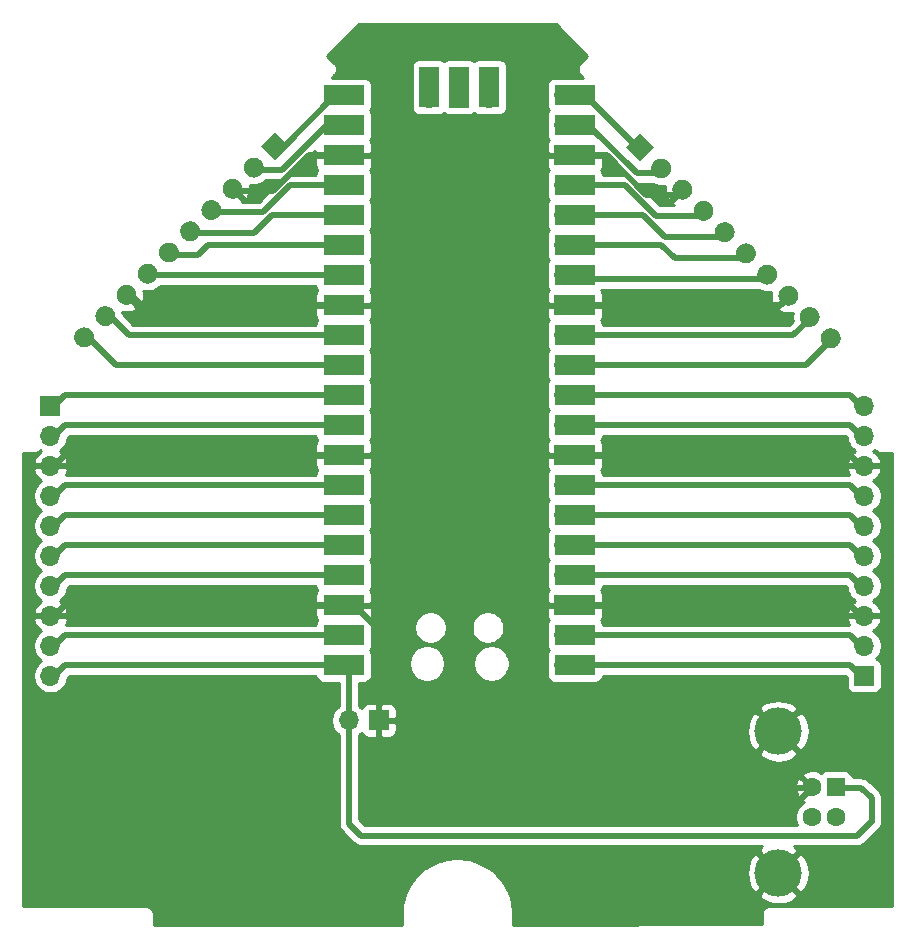
<source format=gbr>
%TF.GenerationSoftware,KiCad,Pcbnew,(5.1.8)-1*%
%TF.CreationDate,2021-12-10T09:06:31+01:00*%
%TF.ProjectId,FirePlace_V1,46697265-506c-4616-9365-5f56312e6b69,rev?*%
%TF.SameCoordinates,Original*%
%TF.FileFunction,Copper,L1,Top*%
%TF.FilePolarity,Positive*%
%FSLAX46Y46*%
G04 Gerber Fmt 4.6, Leading zero omitted, Abs format (unit mm)*
G04 Created by KiCad (PCBNEW (5.1.8)-1) date 2021-12-10 09:06:31*
%MOMM*%
%LPD*%
G01*
G04 APERTURE LIST*
%TA.AperFunction,ComponentPad*%
%ADD10C,4.000000*%
%TD*%
%TA.AperFunction,ComponentPad*%
%ADD11C,1.600000*%
%TD*%
%TA.AperFunction,ComponentPad*%
%ADD12R,1.600000X1.600000*%
%TD*%
%TA.AperFunction,ComponentPad*%
%ADD13O,1.700000X1.700000*%
%TD*%
%TA.AperFunction,ComponentPad*%
%ADD14R,1.700000X1.700000*%
%TD*%
%TA.AperFunction,ComponentPad*%
%ADD15C,0.100000*%
%TD*%
%TA.AperFunction,SMDPad,CuDef*%
%ADD16R,1.700000X3.500000*%
%TD*%
%TA.AperFunction,SMDPad,CuDef*%
%ADD17R,3.500000X1.700000*%
%TD*%
%TA.AperFunction,Conductor*%
%ADD18C,0.500000*%
%TD*%
%TA.AperFunction,Conductor*%
%ADD19C,0.254000*%
%TD*%
%TA.AperFunction,Conductor*%
%ADD20C,0.100000*%
%TD*%
G04 APERTURE END LIST*
D10*
%TO.P,K5,5*%
%TO.N,GND*%
X81127600Y-78765400D03*
X81127600Y-90765400D03*
D11*
%TO.P,K5,4*%
X83987600Y-83515400D03*
%TO.P,K5,3*%
%TO.N,N/C*%
X83987600Y-86015400D03*
%TO.P,K5,2*%
X85987600Y-86015400D03*
D12*
%TO.P,K5,1*%
%TO.N,Net-(K3-Pad10)*%
X85987600Y-83515400D03*
%TD*%
D13*
%TO.P,K6,2*%
%TO.N,Net-(K3-Pad10)*%
X44780200Y-77851000D03*
D14*
%TO.P,K6,1*%
%TO.N,GND*%
X47320200Y-77851000D03*
%TD*%
%TO.P,K4,10*%
%TO.N,Net-(K4-Pad10)*%
%TA.AperFunction,ComponentPad*%
G36*
G01*
X21750959Y-44814159D02*
X21750959Y-44814159D01*
G75*
G02*
X22953041Y-44814159I601041J-601041D01*
G01*
X22953041Y-44814159D01*
G75*
G02*
X22953041Y-46016241I-601041J-601041D01*
G01*
X22953041Y-46016241D01*
G75*
G02*
X21750959Y-46016241I-601041J601041D01*
G01*
X21750959Y-46016241D01*
G75*
G02*
X21750959Y-44814159I601041J601041D01*
G01*
G37*
%TD.AperFunction*%
%TO.P,K4,9*%
%TO.N,Net-(K4-Pad9)*%
%TA.AperFunction,ComponentPad*%
G36*
G01*
X23547010Y-43018108D02*
X23547010Y-43018108D01*
G75*
G02*
X24749092Y-43018108I601041J-601041D01*
G01*
X24749092Y-43018108D01*
G75*
G02*
X24749092Y-44220190I-601041J-601041D01*
G01*
X24749092Y-44220190D01*
G75*
G02*
X23547010Y-44220190I-601041J601041D01*
G01*
X23547010Y-44220190D01*
G75*
G02*
X23547010Y-43018108I601041J601041D01*
G01*
G37*
%TD.AperFunction*%
%TO.P,K4,8*%
%TO.N,GND*%
%TA.AperFunction,ComponentPad*%
G36*
G01*
X25343061Y-41222057D02*
X25343061Y-41222057D01*
G75*
G02*
X26545143Y-41222057I601041J-601041D01*
G01*
X26545143Y-41222057D01*
G75*
G02*
X26545143Y-42424139I-601041J-601041D01*
G01*
X26545143Y-42424139D01*
G75*
G02*
X25343061Y-42424139I-601041J601041D01*
G01*
X25343061Y-42424139D01*
G75*
G02*
X25343061Y-41222057I601041J601041D01*
G01*
G37*
%TD.AperFunction*%
%TO.P,K4,7*%
%TO.N,Net-(K4-Pad7)*%
%TA.AperFunction,ComponentPad*%
G36*
G01*
X27139113Y-39426005D02*
X27139113Y-39426005D01*
G75*
G02*
X28341195Y-39426005I601041J-601041D01*
G01*
X28341195Y-39426005D01*
G75*
G02*
X28341195Y-40628087I-601041J-601041D01*
G01*
X28341195Y-40628087D01*
G75*
G02*
X27139113Y-40628087I-601041J601041D01*
G01*
X27139113Y-40628087D01*
G75*
G02*
X27139113Y-39426005I601041J601041D01*
G01*
G37*
%TD.AperFunction*%
%TO.P,K4,6*%
%TO.N,Net-(K4-Pad6)*%
%TA.AperFunction,ComponentPad*%
G36*
G01*
X28935164Y-37629954D02*
X28935164Y-37629954D01*
G75*
G02*
X30137246Y-37629954I601041J-601041D01*
G01*
X30137246Y-37629954D01*
G75*
G02*
X30137246Y-38832036I-601041J-601041D01*
G01*
X30137246Y-38832036D01*
G75*
G02*
X28935164Y-38832036I-601041J601041D01*
G01*
X28935164Y-38832036D01*
G75*
G02*
X28935164Y-37629954I601041J601041D01*
G01*
G37*
%TD.AperFunction*%
%TO.P,K4,5*%
%TO.N,Net-(K4-Pad5)*%
%TA.AperFunction,ComponentPad*%
G36*
G01*
X30731215Y-35833903D02*
X30731215Y-35833903D01*
G75*
G02*
X31933297Y-35833903I601041J-601041D01*
G01*
X31933297Y-35833903D01*
G75*
G02*
X31933297Y-37035985I-601041J-601041D01*
G01*
X31933297Y-37035985D01*
G75*
G02*
X30731215Y-37035985I-601041J601041D01*
G01*
X30731215Y-37035985D01*
G75*
G02*
X30731215Y-35833903I601041J601041D01*
G01*
G37*
%TD.AperFunction*%
%TO.P,K4,4*%
%TO.N,Net-(K4-Pad4)*%
%TA.AperFunction,ComponentPad*%
G36*
G01*
X32527266Y-34037852D02*
X32527266Y-34037852D01*
G75*
G02*
X33729348Y-34037852I601041J-601041D01*
G01*
X33729348Y-34037852D01*
G75*
G02*
X33729348Y-35239934I-601041J-601041D01*
G01*
X33729348Y-35239934D01*
G75*
G02*
X32527266Y-35239934I-601041J601041D01*
G01*
X32527266Y-35239934D01*
G75*
G02*
X32527266Y-34037852I601041J601041D01*
G01*
G37*
%TD.AperFunction*%
%TO.P,K4,3*%
%TO.N,GND*%
%TA.AperFunction,ComponentPad*%
G36*
G01*
X34323318Y-32241800D02*
X34323318Y-32241800D01*
G75*
G02*
X35525400Y-32241800I601041J-601041D01*
G01*
X35525400Y-32241800D01*
G75*
G02*
X35525400Y-33443882I-601041J-601041D01*
G01*
X35525400Y-33443882D01*
G75*
G02*
X34323318Y-33443882I-601041J601041D01*
G01*
X34323318Y-33443882D01*
G75*
G02*
X34323318Y-32241800I601041J601041D01*
G01*
G37*
%TD.AperFunction*%
%TO.P,K4,2*%
%TO.N,Net-(K4-Pad2)*%
%TA.AperFunction,ComponentPad*%
G36*
G01*
X36119369Y-30445749D02*
X36119369Y-30445749D01*
G75*
G02*
X37321451Y-30445749I601041J-601041D01*
G01*
X37321451Y-30445749D01*
G75*
G02*
X37321451Y-31647831I-601041J-601041D01*
G01*
X37321451Y-31647831D01*
G75*
G02*
X36119369Y-31647831I-601041J601041D01*
G01*
X36119369Y-31647831D01*
G75*
G02*
X36119369Y-30445749I601041J601041D01*
G01*
G37*
%TD.AperFunction*%
%TA.AperFunction,ComponentPad*%
D15*
%TO.P,K4,1*%
%TO.N,Net-(K4-Pad1)*%
G36*
X37314379Y-29250739D02*
G01*
X38516461Y-28048657D01*
X39718543Y-29250739D01*
X38516461Y-30452821D01*
X37314379Y-29250739D01*
G37*
%TD.AperFunction*%
%TD*%
D13*
%TO.P,K3,10*%
%TO.N,Net-(K3-Pad10)*%
X19507200Y-74066400D03*
%TO.P,K3,9*%
%TO.N,Net-(K3-Pad9)*%
X19507200Y-71526400D03*
%TO.P,K3,8*%
%TO.N,GND*%
X19507200Y-68986400D03*
%TO.P,K3,7*%
%TO.N,Net-(K3-Pad7)*%
X19507200Y-66446400D03*
%TO.P,K3,6*%
%TO.N,Net-(K3-Pad6)*%
X19507200Y-63906400D03*
%TO.P,K3,5*%
%TO.N,Net-(K3-Pad5)*%
X19507200Y-61366400D03*
%TO.P,K3,4*%
%TO.N,Net-(K3-Pad4)*%
X19507200Y-58826400D03*
%TO.P,K3,3*%
%TO.N,GND*%
X19507200Y-56286400D03*
%TO.P,K3,2*%
%TO.N,Net-(K3-Pad2)*%
X19507200Y-53746400D03*
D14*
%TO.P,K3,1*%
%TO.N,Net-(K3-Pad1)*%
X19507200Y-51206400D03*
%TD*%
%TO.P,K2,10*%
%TO.N,Net-(K2-Pad10)*%
%TA.AperFunction,ComponentPad*%
G36*
G01*
X84971559Y-46092441D02*
X84971559Y-46092441D01*
G75*
G02*
X84971559Y-44890359I601041J601041D01*
G01*
X84971559Y-44890359D01*
G75*
G02*
X86173641Y-44890359I601041J-601041D01*
G01*
X86173641Y-44890359D01*
G75*
G02*
X86173641Y-46092441I-601041J-601041D01*
G01*
X86173641Y-46092441D01*
G75*
G02*
X84971559Y-46092441I-601041J601041D01*
G01*
G37*
%TD.AperFunction*%
%TO.P,K2,9*%
%TO.N,Net-(K2-Pad9)*%
%TA.AperFunction,ComponentPad*%
G36*
G01*
X83175508Y-44296390D02*
X83175508Y-44296390D01*
G75*
G02*
X83175508Y-43094308I601041J601041D01*
G01*
X83175508Y-43094308D01*
G75*
G02*
X84377590Y-43094308I601041J-601041D01*
G01*
X84377590Y-43094308D01*
G75*
G02*
X84377590Y-44296390I-601041J-601041D01*
G01*
X84377590Y-44296390D01*
G75*
G02*
X83175508Y-44296390I-601041J601041D01*
G01*
G37*
%TD.AperFunction*%
%TO.P,K2,8*%
%TO.N,GND*%
%TA.AperFunction,ComponentPad*%
G36*
G01*
X81379457Y-42500339D02*
X81379457Y-42500339D01*
G75*
G02*
X81379457Y-41298257I601041J601041D01*
G01*
X81379457Y-41298257D01*
G75*
G02*
X82581539Y-41298257I601041J-601041D01*
G01*
X82581539Y-41298257D01*
G75*
G02*
X82581539Y-42500339I-601041J-601041D01*
G01*
X82581539Y-42500339D01*
G75*
G02*
X81379457Y-42500339I-601041J601041D01*
G01*
G37*
%TD.AperFunction*%
%TO.P,K2,7*%
%TO.N,Net-(K2-Pad7)*%
%TA.AperFunction,ComponentPad*%
G36*
G01*
X79583405Y-40704287D02*
X79583405Y-40704287D01*
G75*
G02*
X79583405Y-39502205I601041J601041D01*
G01*
X79583405Y-39502205D01*
G75*
G02*
X80785487Y-39502205I601041J-601041D01*
G01*
X80785487Y-39502205D01*
G75*
G02*
X80785487Y-40704287I-601041J-601041D01*
G01*
X80785487Y-40704287D01*
G75*
G02*
X79583405Y-40704287I-601041J601041D01*
G01*
G37*
%TD.AperFunction*%
%TO.P,K2,6*%
%TO.N,Net-(K2-Pad6)*%
%TA.AperFunction,ComponentPad*%
G36*
G01*
X77787354Y-38908236D02*
X77787354Y-38908236D01*
G75*
G02*
X77787354Y-37706154I601041J601041D01*
G01*
X77787354Y-37706154D01*
G75*
G02*
X78989436Y-37706154I601041J-601041D01*
G01*
X78989436Y-37706154D01*
G75*
G02*
X78989436Y-38908236I-601041J-601041D01*
G01*
X78989436Y-38908236D01*
G75*
G02*
X77787354Y-38908236I-601041J601041D01*
G01*
G37*
%TD.AperFunction*%
%TO.P,K2,5*%
%TO.N,Net-(K2-Pad5)*%
%TA.AperFunction,ComponentPad*%
G36*
G01*
X75991303Y-37112185D02*
X75991303Y-37112185D01*
G75*
G02*
X75991303Y-35910103I601041J601041D01*
G01*
X75991303Y-35910103D01*
G75*
G02*
X77193385Y-35910103I601041J-601041D01*
G01*
X77193385Y-35910103D01*
G75*
G02*
X77193385Y-37112185I-601041J-601041D01*
G01*
X77193385Y-37112185D01*
G75*
G02*
X75991303Y-37112185I-601041J601041D01*
G01*
G37*
%TD.AperFunction*%
%TO.P,K2,4*%
%TO.N,Net-(K2-Pad4)*%
%TA.AperFunction,ComponentPad*%
G36*
G01*
X74195252Y-35316134D02*
X74195252Y-35316134D01*
G75*
G02*
X74195252Y-34114052I601041J601041D01*
G01*
X74195252Y-34114052D01*
G75*
G02*
X75397334Y-34114052I601041J-601041D01*
G01*
X75397334Y-34114052D01*
G75*
G02*
X75397334Y-35316134I-601041J-601041D01*
G01*
X75397334Y-35316134D01*
G75*
G02*
X74195252Y-35316134I-601041J601041D01*
G01*
G37*
%TD.AperFunction*%
%TO.P,K2,3*%
%TO.N,GND*%
%TA.AperFunction,ComponentPad*%
G36*
G01*
X72399200Y-33520082D02*
X72399200Y-33520082D01*
G75*
G02*
X72399200Y-32318000I601041J601041D01*
G01*
X72399200Y-32318000D01*
G75*
G02*
X73601282Y-32318000I601041J-601041D01*
G01*
X73601282Y-32318000D01*
G75*
G02*
X73601282Y-33520082I-601041J-601041D01*
G01*
X73601282Y-33520082D01*
G75*
G02*
X72399200Y-33520082I-601041J601041D01*
G01*
G37*
%TD.AperFunction*%
%TO.P,K2,2*%
%TO.N,Net-(K2-Pad2)*%
%TA.AperFunction,ComponentPad*%
G36*
G01*
X70603149Y-31724031D02*
X70603149Y-31724031D01*
G75*
G02*
X70603149Y-30521949I601041J601041D01*
G01*
X70603149Y-30521949D01*
G75*
G02*
X71805231Y-30521949I601041J-601041D01*
G01*
X71805231Y-30521949D01*
G75*
G02*
X71805231Y-31724031I-601041J-601041D01*
G01*
X71805231Y-31724031D01*
G75*
G02*
X70603149Y-31724031I-601041J601041D01*
G01*
G37*
%TD.AperFunction*%
%TA.AperFunction,ComponentPad*%
D15*
%TO.P,K2,1*%
%TO.N,Net-(K2-Pad1)*%
G36*
X69408139Y-30529021D02*
G01*
X68206057Y-29326939D01*
X69408139Y-28124857D01*
X70610221Y-29326939D01*
X69408139Y-30529021D01*
G37*
%TD.AperFunction*%
%TD*%
D13*
%TO.P,K1,10*%
%TO.N,Net-(K1-Pad10)*%
X88392000Y-51206400D03*
%TO.P,K1,9*%
%TO.N,Net-(K1-Pad9)*%
X88392000Y-53746400D03*
%TO.P,K1,8*%
%TO.N,GND*%
X88392000Y-56286400D03*
%TO.P,K1,7*%
%TO.N,Net-(K1-Pad7)*%
X88392000Y-58826400D03*
%TO.P,K1,6*%
%TO.N,Net-(K1-Pad6)*%
X88392000Y-61366400D03*
%TO.P,K1,5*%
%TO.N,Net-(K1-Pad5)*%
X88392000Y-63906400D03*
%TO.P,K1,4*%
%TO.N,Net-(K1-Pad4)*%
X88392000Y-66446400D03*
%TO.P,K1,3*%
%TO.N,GND*%
X88392000Y-68986400D03*
%TO.P,K1,2*%
%TO.N,Net-(K1-Pad2)*%
X88392000Y-71526400D03*
D14*
%TO.P,K1,1*%
%TO.N,Net-(K1-Pad1)*%
X88392000Y-74066400D03*
%TD*%
D13*
%TO.P,U1,43*%
%TO.N,Net-(U1-Pad43)*%
X51574700Y-25134700D03*
D16*
X51574700Y-24234700D03*
D14*
%TO.P,U1,42*%
%TO.N,Net-(U1-Pad42)*%
X54114700Y-25134700D03*
D16*
X54114700Y-24234700D03*
D13*
%TO.P,U1,41*%
%TO.N,Net-(U1-Pad41)*%
X56654700Y-25134700D03*
D16*
X56654700Y-24234700D03*
D17*
%TO.P,U1,21*%
%TO.N,Net-(K4-Pad1)*%
X44324700Y-24904700D03*
%TO.P,U1,22*%
%TO.N,Net-(K4-Pad2)*%
X44324700Y-27444700D03*
%TO.P,U1,23*%
%TO.N,GND*%
X44324700Y-29984700D03*
%TO.P,U1,24*%
%TO.N,Net-(K4-Pad4)*%
X44324700Y-32524700D03*
%TO.P,U1,25*%
%TO.N,Net-(K4-Pad5)*%
X44324700Y-35064700D03*
%TO.P,U1,26*%
%TO.N,Net-(K4-Pad6)*%
X44324700Y-37604700D03*
%TO.P,U1,27*%
%TO.N,Net-(K4-Pad7)*%
X44324700Y-40144700D03*
%TO.P,U1,28*%
%TO.N,GND*%
X44324700Y-42684700D03*
%TO.P,U1,29*%
%TO.N,Net-(K4-Pad9)*%
X44324700Y-45224700D03*
%TO.P,U1,30*%
%TO.N,Net-(K4-Pad10)*%
X44324700Y-47764700D03*
%TO.P,U1,31*%
%TO.N,Net-(K3-Pad1)*%
X44324700Y-50304700D03*
%TO.P,U1,32*%
%TO.N,Net-(K3-Pad2)*%
X44324700Y-52844700D03*
%TO.P,U1,33*%
%TO.N,GND*%
X44324700Y-55384700D03*
%TO.P,U1,34*%
%TO.N,Net-(K3-Pad4)*%
X44324700Y-57924700D03*
%TO.P,U1,35*%
%TO.N,Net-(K3-Pad5)*%
X44324700Y-60464700D03*
%TO.P,U1,36*%
%TO.N,Net-(K3-Pad6)*%
X44324700Y-63004700D03*
%TO.P,U1,37*%
%TO.N,Net-(K3-Pad7)*%
X44324700Y-65544700D03*
%TO.P,U1,38*%
%TO.N,GND*%
X44324700Y-68084700D03*
%TO.P,U1,39*%
%TO.N,Net-(K3-Pad9)*%
X44324700Y-70624700D03*
%TO.P,U1,40*%
%TO.N,Net-(K3-Pad10)*%
X44324700Y-73164700D03*
%TO.P,U1,20*%
%TO.N,Net-(K2-Pad1)*%
X63904700Y-24904700D03*
%TO.P,U1,19*%
%TO.N,Net-(K2-Pad2)*%
X63904700Y-27444700D03*
%TO.P,U1,18*%
%TO.N,GND*%
X63904700Y-29984700D03*
%TO.P,U1,17*%
%TO.N,Net-(K2-Pad4)*%
X63904700Y-32524700D03*
%TO.P,U1,16*%
%TO.N,Net-(K2-Pad5)*%
X63904700Y-35064700D03*
%TO.P,U1,15*%
%TO.N,Net-(K2-Pad6)*%
X63904700Y-37604700D03*
%TO.P,U1,14*%
%TO.N,Net-(K2-Pad7)*%
X63904700Y-40144700D03*
%TO.P,U1,13*%
%TO.N,GND*%
X63904700Y-42684700D03*
%TO.P,U1,12*%
%TO.N,Net-(K2-Pad9)*%
X63904700Y-45224700D03*
%TO.P,U1,11*%
%TO.N,Net-(K2-Pad10)*%
X63904700Y-47764700D03*
%TO.P,U1,10*%
%TO.N,Net-(K1-Pad10)*%
X63904700Y-50304700D03*
%TO.P,U1,9*%
%TO.N,Net-(K1-Pad9)*%
X63904700Y-52844700D03*
%TO.P,U1,8*%
%TO.N,GND*%
X63904700Y-55384700D03*
%TO.P,U1,7*%
%TO.N,Net-(K1-Pad7)*%
X63904700Y-57924700D03*
%TO.P,U1,6*%
%TO.N,Net-(K1-Pad6)*%
X63904700Y-60464700D03*
%TO.P,U1,5*%
%TO.N,Net-(K1-Pad5)*%
X63904700Y-63004700D03*
%TO.P,U1,4*%
%TO.N,Net-(K1-Pad4)*%
X63904700Y-65544700D03*
%TO.P,U1,3*%
%TO.N,GND*%
X63904700Y-68084700D03*
%TO.P,U1,2*%
%TO.N,Net-(K1-Pad2)*%
X63904700Y-70624700D03*
%TO.P,U1,1*%
%TO.N,Net-(K1-Pad1)*%
X63904700Y-73164700D03*
D13*
%TO.P,U1,40*%
%TO.N,Net-(K3-Pad10)*%
X45224700Y-73164700D03*
%TO.P,U1,39*%
%TO.N,Net-(K3-Pad9)*%
X45224700Y-70624700D03*
D14*
%TO.P,U1,38*%
%TO.N,GND*%
X45224700Y-68084700D03*
D13*
%TO.P,U1,37*%
%TO.N,Net-(K3-Pad7)*%
X45224700Y-65544700D03*
%TO.P,U1,36*%
%TO.N,Net-(K3-Pad6)*%
X45224700Y-63004700D03*
%TO.P,U1,35*%
%TO.N,Net-(K3-Pad5)*%
X45224700Y-60464700D03*
%TO.P,U1,34*%
%TO.N,Net-(K3-Pad4)*%
X45224700Y-57924700D03*
D14*
%TO.P,U1,33*%
%TO.N,GND*%
X45224700Y-55384700D03*
D13*
%TO.P,U1,32*%
%TO.N,Net-(K3-Pad2)*%
X45224700Y-52844700D03*
%TO.P,U1,31*%
%TO.N,Net-(K3-Pad1)*%
X45224700Y-50304700D03*
%TO.P,U1,30*%
%TO.N,Net-(K4-Pad10)*%
X45224700Y-47764700D03*
%TO.P,U1,29*%
%TO.N,Net-(K4-Pad9)*%
X45224700Y-45224700D03*
D14*
%TO.P,U1,28*%
%TO.N,GND*%
X45224700Y-42684700D03*
D13*
%TO.P,U1,27*%
%TO.N,Net-(K4-Pad7)*%
X45224700Y-40144700D03*
%TO.P,U1,26*%
%TO.N,Net-(K4-Pad6)*%
X45224700Y-37604700D03*
%TO.P,U1,25*%
%TO.N,Net-(K4-Pad5)*%
X45224700Y-35064700D03*
%TO.P,U1,24*%
%TO.N,Net-(K4-Pad4)*%
X45224700Y-32524700D03*
D14*
%TO.P,U1,23*%
%TO.N,GND*%
X45224700Y-29984700D03*
D13*
%TO.P,U1,22*%
%TO.N,Net-(K4-Pad2)*%
X45224700Y-27444700D03*
%TO.P,U1,21*%
%TO.N,Net-(K4-Pad1)*%
X45224700Y-24904700D03*
%TO.P,U1,20*%
%TO.N,Net-(K2-Pad1)*%
X63004700Y-24904700D03*
%TO.P,U1,19*%
%TO.N,Net-(K2-Pad2)*%
X63004700Y-27444700D03*
D14*
%TO.P,U1,18*%
%TO.N,GND*%
X63004700Y-29984700D03*
D13*
%TO.P,U1,17*%
%TO.N,Net-(K2-Pad4)*%
X63004700Y-32524700D03*
%TO.P,U1,16*%
%TO.N,Net-(K2-Pad5)*%
X63004700Y-35064700D03*
%TO.P,U1,15*%
%TO.N,Net-(K2-Pad6)*%
X63004700Y-37604700D03*
%TO.P,U1,14*%
%TO.N,Net-(K2-Pad7)*%
X63004700Y-40144700D03*
D14*
%TO.P,U1,13*%
%TO.N,GND*%
X63004700Y-42684700D03*
D13*
%TO.P,U1,12*%
%TO.N,Net-(K2-Pad9)*%
X63004700Y-45224700D03*
%TO.P,U1,11*%
%TO.N,Net-(K2-Pad10)*%
X63004700Y-47764700D03*
%TO.P,U1,10*%
%TO.N,Net-(K1-Pad10)*%
X63004700Y-50304700D03*
%TO.P,U1,9*%
%TO.N,Net-(K1-Pad9)*%
X63004700Y-52844700D03*
D14*
%TO.P,U1,8*%
%TO.N,GND*%
X63004700Y-55384700D03*
D13*
%TO.P,U1,7*%
%TO.N,Net-(K1-Pad7)*%
X63004700Y-57924700D03*
%TO.P,U1,6*%
%TO.N,Net-(K1-Pad6)*%
X63004700Y-60464700D03*
%TO.P,U1,5*%
%TO.N,Net-(K1-Pad5)*%
X63004700Y-63004700D03*
%TO.P,U1,4*%
%TO.N,Net-(K1-Pad4)*%
X63004700Y-65544700D03*
D14*
%TO.P,U1,3*%
%TO.N,GND*%
X63004700Y-68084700D03*
D13*
%TO.P,U1,2*%
%TO.N,Net-(K1-Pad2)*%
X63004700Y-70624700D03*
%TO.P,U1,1*%
%TO.N,Net-(K1-Pad1)*%
X63004700Y-73164700D03*
%TD*%
D18*
%TO.N,Net-(K1-Pad10)*%
X87172800Y-50304700D02*
X87934800Y-51066700D01*
X63004700Y-50304700D02*
X87172800Y-50304700D01*
%TO.N,Net-(K1-Pad9)*%
X87172800Y-52844700D02*
X87934800Y-53606700D01*
X63004700Y-52844700D02*
X87172800Y-52844700D01*
%TO.N,Net-(K1-Pad7)*%
X87172800Y-57924700D02*
X87934800Y-58686700D01*
X63004700Y-57924700D02*
X87172800Y-57924700D01*
%TO.N,Net-(K1-Pad6)*%
X87172800Y-60464700D02*
X87934800Y-61226700D01*
X63004700Y-60464700D02*
X87172800Y-60464700D01*
%TO.N,Net-(K1-Pad5)*%
X87172800Y-63004700D02*
X87934800Y-63766700D01*
X63004700Y-63004700D02*
X87172800Y-63004700D01*
%TO.N,Net-(K1-Pad4)*%
X87172800Y-65544700D02*
X87934800Y-66306700D01*
X63004700Y-65544700D02*
X87172800Y-65544700D01*
%TO.N,Net-(K1-Pad2)*%
X87172800Y-70624700D02*
X87934800Y-71386700D01*
X63004700Y-70624700D02*
X87172800Y-70624700D01*
%TO.N,Net-(K1-Pad1)*%
X87172800Y-73164700D02*
X87934800Y-73926700D01*
X63004700Y-73164700D02*
X87172800Y-73164700D01*
%TO.N,Net-(K2-Pad10)*%
X83464400Y-47764700D02*
X85331300Y-45897800D01*
X63004700Y-47764700D02*
X83464400Y-47764700D01*
%TO.N,Net-(K2-Pad9)*%
X82412298Y-45224700D02*
X83535249Y-44101749D01*
X63004700Y-45224700D02*
X82412298Y-45224700D01*
%TO.N,Net-(K2-Pad7)*%
X63369646Y-40509646D02*
X63004700Y-40144700D01*
X79943146Y-40509646D02*
X63369646Y-40509646D01*
%TO.N,Net-(K2-Pad6)*%
X72348752Y-38713595D02*
X78147095Y-38713595D01*
X71239857Y-37604700D02*
X72348752Y-38713595D01*
X63004700Y-37604700D02*
X71239857Y-37604700D01*
%TO.N,Net-(K2-Pad5)*%
X69689820Y-35064700D02*
X71542664Y-36917544D01*
X71542664Y-36917544D02*
X76351044Y-36917544D01*
X63004700Y-35064700D02*
X69689820Y-35064700D01*
%TO.N,Net-(K2-Pad4)*%
X70736575Y-35121493D02*
X74554993Y-35121493D01*
X68139782Y-32524700D02*
X70736575Y-35121493D01*
X63004700Y-32524700D02*
X68139782Y-32524700D01*
%TO.N,Net-(K2-Pad2)*%
X69124396Y-31529390D02*
X70962890Y-31529390D01*
X65039706Y-27444700D02*
X69124396Y-31529390D01*
X63004700Y-27444700D02*
X65039706Y-27444700D01*
%TO.N,Net-(K2-Pad1)*%
X69166839Y-29296837D02*
X69166839Y-29733339D01*
X64774702Y-24904700D02*
X69166839Y-29296837D01*
X63004700Y-24904700D02*
X64774702Y-24904700D01*
%TO.N,GND*%
X69930485Y-33325441D02*
X72758941Y-33325441D01*
X66589744Y-29984700D02*
X69930485Y-33325441D01*
X63004700Y-29984700D02*
X66589744Y-29984700D01*
X81360196Y-42684700D02*
X81739198Y-42305698D01*
X63004700Y-42684700D02*
X81360196Y-42684700D01*
X87172800Y-55384700D02*
X87934800Y-56146700D01*
X63004700Y-55384700D02*
X87172800Y-55384700D01*
X87172800Y-68084700D02*
X87934800Y-68846700D01*
X63004700Y-68084700D02*
X87172800Y-68084700D01*
X38326954Y-33030702D02*
X35498498Y-33030702D01*
X41372956Y-29984700D02*
X38326954Y-33030702D01*
X45224700Y-29984700D02*
X41372956Y-29984700D01*
X27191982Y-42684700D02*
X26518241Y-42010959D01*
X45224700Y-42684700D02*
X27191982Y-42684700D01*
X20764500Y-55384700D02*
X20053300Y-56095900D01*
X45224700Y-55384700D02*
X20764500Y-55384700D01*
X20764500Y-68084700D02*
X20053300Y-68795900D01*
X45224700Y-68084700D02*
X20764500Y-68084700D01*
X45224700Y-68114698D02*
X45224700Y-68084700D01*
X47320200Y-70210198D02*
X45224700Y-68114698D01*
X47320200Y-77851000D02*
X47320200Y-70210198D01*
X47320200Y-77851000D02*
X47320200Y-82804000D01*
X48082200Y-83566000D02*
X83693400Y-83566000D01*
X47320200Y-82804000D02*
X48082200Y-83566000D01*
%TO.N,Net-(K3-Pad10)*%
X20764500Y-73164700D02*
X20053300Y-73875900D01*
X45224700Y-73164700D02*
X20764500Y-73164700D01*
X44780200Y-73609200D02*
X45224700Y-73164700D01*
X44780200Y-77851000D02*
X44780200Y-73609200D01*
X44780200Y-83312000D02*
X44780200Y-77851000D01*
X44780200Y-86588600D02*
X44780200Y-83312000D01*
X45796200Y-87604600D02*
X44780200Y-86588600D01*
X88163400Y-83566000D02*
X89027000Y-84429600D01*
X86893400Y-83566000D02*
X88163400Y-83566000D01*
X89027000Y-86436200D02*
X89001600Y-86436200D01*
X87833200Y-87604600D02*
X45796200Y-87604600D01*
X89001600Y-86436200D02*
X87833200Y-87604600D01*
X89027000Y-84429600D02*
X89027000Y-86436200D01*
%TO.N,Net-(K3-Pad9)*%
X20764500Y-70624700D02*
X20053300Y-71335900D01*
X45224700Y-70624700D02*
X20764500Y-70624700D01*
%TO.N,Net-(K3-Pad7)*%
X20764500Y-65544700D02*
X20053300Y-66255900D01*
X45224700Y-65544700D02*
X20764500Y-65544700D01*
%TO.N,Net-(K3-Pad6)*%
X20764500Y-63004700D02*
X20053300Y-63715900D01*
X45224700Y-63004700D02*
X20764500Y-63004700D01*
%TO.N,Net-(K3-Pad5)*%
X20764500Y-60464700D02*
X20053300Y-61175900D01*
X45224700Y-60464700D02*
X20764500Y-60464700D01*
%TO.N,Net-(K3-Pad4)*%
X20764500Y-57924700D02*
X20053300Y-58635900D01*
X45224700Y-57924700D02*
X20764500Y-57924700D01*
%TO.N,Net-(K3-Pad2)*%
X20764500Y-52844700D02*
X20053300Y-53555900D01*
X45224700Y-52844700D02*
X20764500Y-52844700D01*
%TO.N,Net-(K3-Pad1)*%
X20764500Y-50304700D02*
X20053300Y-51015900D01*
X45224700Y-50304700D02*
X20764500Y-50304700D01*
%TO.N,Net-(K4-Pad10)*%
X25087778Y-47764700D02*
X45224700Y-47764700D01*
X22926139Y-45603061D02*
X25087778Y-47764700D01*
%TO.N,Net-(K4-Pad9)*%
X26139880Y-45224700D02*
X45224700Y-45224700D01*
X24722190Y-43807010D02*
X26139880Y-45224700D01*
%TO.N,Net-(K4-Pad7)*%
X28384500Y-40144700D02*
X28314293Y-40214907D01*
X45224700Y-40144700D02*
X28384500Y-40144700D01*
%TO.N,Net-(K4-Pad6)*%
X32034346Y-38418856D02*
X30110344Y-38418856D01*
X32848502Y-37604700D02*
X32034346Y-38418856D01*
X45224700Y-37604700D02*
X32848502Y-37604700D01*
%TO.N,Net-(K4-Pad5)*%
X36714775Y-36622805D02*
X31906395Y-36622805D01*
X38272880Y-35064700D02*
X36714775Y-36622805D01*
X45224700Y-35064700D02*
X38272880Y-35064700D01*
%TO.N,Net-(K4-Pad4)*%
X37520864Y-34826754D02*
X33702446Y-34826754D01*
X39822918Y-32524700D02*
X37520864Y-34826754D01*
X45224700Y-32524700D02*
X39822918Y-32524700D01*
%TO.N,Net-(K4-Pad2)*%
X39133043Y-31234651D02*
X37294549Y-31234651D01*
X42922994Y-27444700D02*
X39133043Y-31234651D01*
X45224700Y-27444700D02*
X42922994Y-27444700D01*
%TO.N,Net-(K4-Pad1)*%
X43624500Y-24904700D02*
X39090600Y-29438600D01*
X45224700Y-24904700D02*
X43624500Y-24904700D01*
%TD*%
D19*
%TO.N,GND*%
X64973478Y-21553576D02*
X64377402Y-22149652D01*
X64349363Y-22172663D01*
X64326352Y-22200702D01*
X64326347Y-22200707D01*
X64264723Y-22275797D01*
X64257514Y-22284581D01*
X64189264Y-22412267D01*
X64147235Y-22550815D01*
X64133044Y-22694900D01*
X64147235Y-22838985D01*
X64189264Y-22977533D01*
X64257514Y-23105219D01*
X64326347Y-23189093D01*
X64326352Y-23189098D01*
X64349363Y-23217137D01*
X64377402Y-23240148D01*
X64553882Y-23416628D01*
X62154700Y-23416628D01*
X62030218Y-23428888D01*
X61910520Y-23465198D01*
X61800206Y-23524163D01*
X61703515Y-23603515D01*
X61624163Y-23700206D01*
X61565198Y-23810520D01*
X61528888Y-23930218D01*
X61516628Y-24054700D01*
X61516628Y-25754700D01*
X61528888Y-25879182D01*
X61565198Y-25998880D01*
X61624163Y-26109194D01*
X61677922Y-26174700D01*
X61624163Y-26240206D01*
X61565198Y-26350520D01*
X61528888Y-26470218D01*
X61516628Y-26594700D01*
X61516628Y-28294700D01*
X61528888Y-28419182D01*
X61565198Y-28538880D01*
X61624163Y-28649194D01*
X61677922Y-28714700D01*
X61624163Y-28780206D01*
X61565198Y-28890520D01*
X61528888Y-29010218D01*
X61516628Y-29134700D01*
X61519700Y-29698950D01*
X61678450Y-29857700D01*
X66130950Y-29857700D01*
X66166039Y-29822611D01*
X67983127Y-31639700D01*
X66289325Y-31639700D01*
X66280512Y-31550218D01*
X66244202Y-31430520D01*
X66185237Y-31320206D01*
X66131478Y-31254700D01*
X66185237Y-31189194D01*
X66244202Y-31078880D01*
X66280512Y-30959182D01*
X66292772Y-30834700D01*
X66289700Y-30270450D01*
X66130950Y-30111700D01*
X61678450Y-30111700D01*
X61519700Y-30270450D01*
X61516628Y-30834700D01*
X61528888Y-30959182D01*
X61565198Y-31078880D01*
X61624163Y-31189194D01*
X61677922Y-31254700D01*
X61624163Y-31320206D01*
X61565198Y-31430520D01*
X61528888Y-31550218D01*
X61516628Y-31674700D01*
X61516628Y-33374700D01*
X61528888Y-33499182D01*
X61565198Y-33618880D01*
X61624163Y-33729194D01*
X61677922Y-33794700D01*
X61624163Y-33860206D01*
X61565198Y-33970520D01*
X61528888Y-34090218D01*
X61516628Y-34214700D01*
X61516628Y-35914700D01*
X61528888Y-36039182D01*
X61565198Y-36158880D01*
X61624163Y-36269194D01*
X61677922Y-36334700D01*
X61624163Y-36400206D01*
X61565198Y-36510520D01*
X61528888Y-36630218D01*
X61516628Y-36754700D01*
X61516628Y-38454700D01*
X61528888Y-38579182D01*
X61565198Y-38698880D01*
X61624163Y-38809194D01*
X61677922Y-38874700D01*
X61624163Y-38940206D01*
X61565198Y-39050520D01*
X61528888Y-39170218D01*
X61516628Y-39294700D01*
X61516628Y-40994700D01*
X61528888Y-41119182D01*
X61565198Y-41238880D01*
X61624163Y-41349194D01*
X61677922Y-41414700D01*
X61624163Y-41480206D01*
X61565198Y-41590520D01*
X61528888Y-41710218D01*
X61516628Y-41834700D01*
X61519700Y-42398950D01*
X61678450Y-42557700D01*
X66130950Y-42557700D01*
X66289700Y-42398950D01*
X66292772Y-41834700D01*
X66280512Y-41710218D01*
X66244202Y-41590520D01*
X66185237Y-41480206D01*
X66131478Y-41414700D01*
X66147936Y-41394646D01*
X79444233Y-41394646D01*
X79481035Y-41419236D01*
X79751288Y-41531178D01*
X80038186Y-41588246D01*
X80330706Y-41588246D01*
X80545587Y-41545503D01*
X80512167Y-41677392D01*
X80497089Y-41968113D01*
X80539018Y-42256190D01*
X80636342Y-42530551D01*
X80708861Y-42666216D01*
X80957205Y-42742986D01*
X81800893Y-41899298D01*
X81786751Y-41885156D01*
X81966356Y-41705551D01*
X81980498Y-41719693D01*
X81994641Y-41705551D01*
X82174246Y-41885156D01*
X82160103Y-41899298D01*
X82174246Y-41913441D01*
X81994641Y-42093046D01*
X81980498Y-42078903D01*
X81136810Y-42922591D01*
X81213580Y-43170935D01*
X81349245Y-43243454D01*
X81623606Y-43340778D01*
X81911683Y-43382707D01*
X82202404Y-43367629D01*
X82334291Y-43334210D01*
X82291549Y-43549089D01*
X82291549Y-43841609D01*
X82333402Y-44052017D01*
X82045720Y-44339700D01*
X66289325Y-44339700D01*
X66280512Y-44250218D01*
X66244202Y-44130520D01*
X66185237Y-44020206D01*
X66131478Y-43954700D01*
X66185237Y-43889194D01*
X66244202Y-43778880D01*
X66280512Y-43659182D01*
X66292772Y-43534700D01*
X66289700Y-42970450D01*
X66130950Y-42811700D01*
X61678450Y-42811700D01*
X61519700Y-42970450D01*
X61516628Y-43534700D01*
X61528888Y-43659182D01*
X61565198Y-43778880D01*
X61624163Y-43889194D01*
X61677922Y-43954700D01*
X61624163Y-44020206D01*
X61565198Y-44130520D01*
X61528888Y-44250218D01*
X61516628Y-44374700D01*
X61516628Y-46074700D01*
X61528888Y-46199182D01*
X61565198Y-46318880D01*
X61624163Y-46429194D01*
X61677922Y-46494700D01*
X61624163Y-46560206D01*
X61565198Y-46670520D01*
X61528888Y-46790218D01*
X61516628Y-46914700D01*
X61516628Y-48614700D01*
X61528888Y-48739182D01*
X61565198Y-48858880D01*
X61624163Y-48969194D01*
X61677922Y-49034700D01*
X61624163Y-49100206D01*
X61565198Y-49210520D01*
X61528888Y-49330218D01*
X61516628Y-49454700D01*
X61516628Y-51154700D01*
X61528888Y-51279182D01*
X61565198Y-51398880D01*
X61624163Y-51509194D01*
X61677922Y-51574700D01*
X61624163Y-51640206D01*
X61565198Y-51750520D01*
X61528888Y-51870218D01*
X61516628Y-51994700D01*
X61516628Y-53694700D01*
X61528888Y-53819182D01*
X61565198Y-53938880D01*
X61624163Y-54049194D01*
X61677922Y-54114700D01*
X61624163Y-54180206D01*
X61565198Y-54290520D01*
X61528888Y-54410218D01*
X61516628Y-54534700D01*
X61519700Y-55098950D01*
X61678450Y-55257700D01*
X66130950Y-55257700D01*
X66289700Y-55098950D01*
X66292772Y-54534700D01*
X66280512Y-54410218D01*
X66244202Y-54290520D01*
X66185237Y-54180206D01*
X66131478Y-54114700D01*
X66185237Y-54049194D01*
X66244202Y-53938880D01*
X66280512Y-53819182D01*
X66289325Y-53729700D01*
X86806222Y-53729700D01*
X86907000Y-53830478D01*
X86907000Y-53892660D01*
X86964068Y-54179558D01*
X87076010Y-54449811D01*
X87238525Y-54693032D01*
X87445368Y-54899875D01*
X87627534Y-55021595D01*
X87510645Y-55091222D01*
X87294412Y-55286131D01*
X87120359Y-55519480D01*
X86995175Y-55782301D01*
X86950524Y-55929510D01*
X87071845Y-56159400D01*
X88265000Y-56159400D01*
X88265000Y-56139400D01*
X88519000Y-56139400D01*
X88519000Y-56159400D01*
X89712155Y-56159400D01*
X89833476Y-55929510D01*
X89788825Y-55782301D01*
X89663641Y-55519480D01*
X89489588Y-55286131D01*
X89273355Y-55091222D01*
X89156466Y-55021595D01*
X89275472Y-54942077D01*
X89301471Y-54973758D01*
X89346178Y-55028655D01*
X89347257Y-55029547D01*
X89348152Y-55030638D01*
X89403263Y-55075866D01*
X89457747Y-55120927D01*
X89458979Y-55121591D01*
X89460070Y-55122487D01*
X89522861Y-55156049D01*
X89585174Y-55189661D01*
X89586516Y-55190074D01*
X89587757Y-55190737D01*
X89655864Y-55211397D01*
X89723562Y-55232213D01*
X89724955Y-55232356D01*
X89726305Y-55232765D01*
X89797178Y-55239745D01*
X89867592Y-55246950D01*
X89905092Y-55243400D01*
X90742959Y-55243400D01*
X90735537Y-93556894D01*
X80478165Y-93549826D01*
X80441800Y-93546244D01*
X80369199Y-93553394D01*
X80298215Y-93560336D01*
X80297971Y-93560410D01*
X80297715Y-93560435D01*
X80227892Y-93581615D01*
X80159638Y-93602269D01*
X80159416Y-93602387D01*
X80159167Y-93602463D01*
X80094424Y-93637069D01*
X80031904Y-93670431D01*
X80031710Y-93670590D01*
X80031480Y-93670713D01*
X79974946Y-93717110D01*
X79919923Y-93762203D01*
X79919762Y-93762399D01*
X79919562Y-93762563D01*
X79873753Y-93818381D01*
X79827996Y-93874057D01*
X79827874Y-93874285D01*
X79827713Y-93874481D01*
X79793944Y-93937659D01*
X79759658Y-94001697D01*
X79759583Y-94001943D01*
X79759463Y-94002168D01*
X79738505Y-94071257D01*
X79717535Y-94140216D01*
X79717510Y-94140469D01*
X79717435Y-94140716D01*
X79710274Y-94213423D01*
X79703245Y-94284292D01*
X79706800Y-94320645D01*
X79706801Y-95125430D01*
X58697799Y-95149170D01*
X58697798Y-94235994D01*
X58697619Y-94234173D01*
X58697336Y-94177656D01*
X58693747Y-94142848D01*
X58693664Y-94107869D01*
X58692568Y-94097666D01*
X58603691Y-93321965D01*
X58589671Y-93256768D01*
X58576590Y-93191520D01*
X58573533Y-93181724D01*
X58391602Y-92612899D01*
X79459706Y-92612899D01*
X79675828Y-92979658D01*
X80135705Y-93220338D01*
X80633698Y-93366675D01*
X81150671Y-93413048D01*
X81666759Y-93357673D01*
X82162126Y-93202679D01*
X82579372Y-92979658D01*
X82795494Y-92612899D01*
X81127600Y-90945005D01*
X79459706Y-92612899D01*
X58391602Y-92612899D01*
X58335681Y-92438059D01*
X58309268Y-92376834D01*
X58283760Y-92315363D01*
X58278858Y-92306347D01*
X57901091Y-91623044D01*
X57863305Y-91568139D01*
X57826327Y-91512769D01*
X57819767Y-91504877D01*
X57316473Y-90907962D01*
X57268757Y-90861457D01*
X57221713Y-90814308D01*
X57213745Y-90807841D01*
X57189536Y-90788471D01*
X78479952Y-90788471D01*
X78535327Y-91304559D01*
X78690321Y-91799926D01*
X78913342Y-92217172D01*
X79280101Y-92433294D01*
X80947995Y-90765400D01*
X81307205Y-90765400D01*
X82975099Y-92433294D01*
X83341858Y-92217172D01*
X83582538Y-91757295D01*
X83728875Y-91259302D01*
X83775248Y-90742329D01*
X83719873Y-90226241D01*
X83564879Y-89730874D01*
X83341858Y-89313628D01*
X82975099Y-89097506D01*
X81307205Y-90765400D01*
X80947995Y-90765400D01*
X79280101Y-89097506D01*
X78913342Y-89313628D01*
X78672662Y-89773505D01*
X78526325Y-90271498D01*
X78479952Y-90788471D01*
X57189536Y-90788471D01*
X56604095Y-90320052D01*
X56548266Y-90283708D01*
X56492950Y-90246588D01*
X56483877Y-90241791D01*
X55791093Y-89881707D01*
X55729238Y-89856887D01*
X55667795Y-89831231D01*
X55657964Y-89828288D01*
X54908432Y-89609624D01*
X54842962Y-89597296D01*
X54777678Y-89584057D01*
X54767462Y-89583080D01*
X53989734Y-89514165D01*
X53923100Y-89514788D01*
X53856504Y-89514482D01*
X53846293Y-89515507D01*
X53069990Y-89598966D01*
X53004727Y-89612524D01*
X52939359Y-89625155D01*
X52929541Y-89628144D01*
X52184234Y-89860799D01*
X52122885Y-89886760D01*
X52061178Y-89911862D01*
X52052129Y-89916701D01*
X51366205Y-90289689D01*
X51311039Y-90327090D01*
X51255411Y-90363681D01*
X51247479Y-90370182D01*
X51247473Y-90370186D01*
X51247468Y-90370191D01*
X50647060Y-90869300D01*
X50600217Y-90916697D01*
X50552748Y-90963403D01*
X50546225Y-90971326D01*
X50054191Y-91577556D01*
X50017427Y-91633177D01*
X49979953Y-91688186D01*
X49975096Y-91697220D01*
X49975093Y-91697224D01*
X49975093Y-91697225D01*
X49610181Y-92387478D01*
X49584928Y-92449162D01*
X49558844Y-92510422D01*
X49555833Y-92520232D01*
X49331942Y-93268219D01*
X49319150Y-93333639D01*
X49305463Y-93398791D01*
X49304414Y-93408999D01*
X49230071Y-94186228D01*
X49230079Y-94189413D01*
X49226740Y-94223323D01*
X49226774Y-95162285D01*
X28243200Y-95150416D01*
X28243200Y-94320653D01*
X28246756Y-94284292D01*
X28239605Y-94212194D01*
X28232565Y-94140715D01*
X28232491Y-94140472D01*
X28232466Y-94140217D01*
X28211538Y-94071397D01*
X28190537Y-94002167D01*
X28190415Y-94001940D01*
X28190342Y-94001698D01*
X28156702Y-93938866D01*
X28122287Y-93874480D01*
X28122123Y-93874280D01*
X28122004Y-93874058D01*
X28076772Y-93819020D01*
X28030438Y-93762562D01*
X28030238Y-93762398D01*
X28030078Y-93762203D01*
X27974781Y-93716885D01*
X27918520Y-93670713D01*
X27918293Y-93670592D01*
X27918097Y-93670431D01*
X27854974Y-93636747D01*
X27790833Y-93602463D01*
X27790586Y-93602388D01*
X27790363Y-93602269D01*
X27721704Y-93581493D01*
X27652285Y-93560435D01*
X27652030Y-93560410D01*
X27651786Y-93560336D01*
X27580661Y-93553381D01*
X27508200Y-93546244D01*
X27471836Y-93549826D01*
X17205400Y-93556895D01*
X17205400Y-71380140D01*
X18022200Y-71380140D01*
X18022200Y-71672660D01*
X18079268Y-71959558D01*
X18191210Y-72229811D01*
X18353725Y-72473032D01*
X18560568Y-72679875D01*
X18734960Y-72796400D01*
X18560568Y-72912925D01*
X18353725Y-73119768D01*
X18191210Y-73362989D01*
X18079268Y-73633242D01*
X18022200Y-73920140D01*
X18022200Y-74212660D01*
X18079268Y-74499558D01*
X18191210Y-74769811D01*
X18353725Y-75013032D01*
X18560568Y-75219875D01*
X18803789Y-75382390D01*
X19074042Y-75494332D01*
X19360940Y-75551400D01*
X19653460Y-75551400D01*
X19940358Y-75494332D01*
X20210611Y-75382390D01*
X20453832Y-75219875D01*
X20660675Y-75013032D01*
X20823190Y-74769811D01*
X20935132Y-74499558D01*
X20992200Y-74212660D01*
X20992200Y-74188578D01*
X21131079Y-74049700D01*
X41940075Y-74049700D01*
X41948888Y-74139182D01*
X41985198Y-74258880D01*
X42044163Y-74369194D01*
X42123515Y-74465885D01*
X42220206Y-74545237D01*
X42330520Y-74604202D01*
X42450218Y-74640512D01*
X42574700Y-74652772D01*
X43895201Y-74652772D01*
X43895200Y-76656344D01*
X43833568Y-76697525D01*
X43626725Y-76904368D01*
X43464210Y-77147589D01*
X43352268Y-77417842D01*
X43295200Y-77704740D01*
X43295200Y-77997260D01*
X43352268Y-78284158D01*
X43464210Y-78554411D01*
X43626725Y-78797632D01*
X43833568Y-79004475D01*
X43895201Y-79045657D01*
X43895200Y-83355476D01*
X43895201Y-83355486D01*
X43895200Y-86545131D01*
X43890919Y-86588600D01*
X43895200Y-86632069D01*
X43895200Y-86632076D01*
X43906412Y-86745914D01*
X43908005Y-86762090D01*
X43912381Y-86776514D01*
X43958611Y-86928912D01*
X44040789Y-87082658D01*
X44151383Y-87217417D01*
X44185156Y-87245134D01*
X45139670Y-88199649D01*
X45167383Y-88233417D01*
X45201151Y-88261130D01*
X45201153Y-88261132D01*
X45261262Y-88310462D01*
X45302141Y-88344011D01*
X45455887Y-88426189D01*
X45572103Y-88461443D01*
X45622709Y-88476795D01*
X45637506Y-88478252D01*
X45752723Y-88489600D01*
X45752731Y-88489600D01*
X45796200Y-88493881D01*
X45839669Y-88489600D01*
X79790966Y-88489600D01*
X79675828Y-88551142D01*
X79459706Y-88917901D01*
X81127600Y-90585795D01*
X82795494Y-88917901D01*
X82579372Y-88551142D01*
X82461781Y-88489600D01*
X87789731Y-88489600D01*
X87833200Y-88493881D01*
X87876669Y-88489600D01*
X87876677Y-88489600D01*
X88006690Y-88476795D01*
X88173513Y-88426189D01*
X88327259Y-88344011D01*
X88462017Y-88233417D01*
X88489734Y-88199644D01*
X89505396Y-87183983D01*
X89521059Y-87175611D01*
X89655817Y-87065017D01*
X89766411Y-86930259D01*
X89848589Y-86776513D01*
X89899195Y-86609690D01*
X89912000Y-86479677D01*
X89916282Y-86436200D01*
X89912000Y-86392723D01*
X89912000Y-84473069D01*
X89916281Y-84429600D01*
X89912000Y-84386131D01*
X89912000Y-84386123D01*
X89899195Y-84256110D01*
X89848589Y-84089287D01*
X89766411Y-83935541D01*
X89655817Y-83800783D01*
X89622050Y-83773071D01*
X88819934Y-82970956D01*
X88792217Y-82937183D01*
X88657459Y-82826589D01*
X88503713Y-82744411D01*
X88336890Y-82693805D01*
X88206877Y-82681000D01*
X88206869Y-82681000D01*
X88163400Y-82676719D01*
X88119931Y-82681000D01*
X87422284Y-82681000D01*
X87413412Y-82590918D01*
X87377102Y-82471220D01*
X87318137Y-82360906D01*
X87238785Y-82264215D01*
X87142094Y-82184863D01*
X87031780Y-82125898D01*
X86912082Y-82089588D01*
X86787600Y-82077328D01*
X85187600Y-82077328D01*
X85063118Y-82089588D01*
X84943420Y-82125898D01*
X84833106Y-82184863D01*
X84736415Y-82264215D01*
X84725793Y-82277158D01*
X84473604Y-82157829D01*
X84199416Y-82089100D01*
X83917088Y-82075183D01*
X83637470Y-82116613D01*
X83371308Y-82211797D01*
X83246086Y-82278729D01*
X83174503Y-82522698D01*
X83987600Y-83335795D01*
X84001743Y-83321653D01*
X84181348Y-83501258D01*
X84167205Y-83515400D01*
X84181348Y-83529543D01*
X84001743Y-83709148D01*
X83987600Y-83695005D01*
X83174503Y-84508102D01*
X83246086Y-84752071D01*
X83274941Y-84765724D01*
X83072841Y-84900763D01*
X82872963Y-85100641D01*
X82715920Y-85335673D01*
X82607747Y-85596826D01*
X82552600Y-85874065D01*
X82552600Y-86156735D01*
X82607747Y-86433974D01*
X82715920Y-86695127D01*
X82732272Y-86719600D01*
X46162779Y-86719600D01*
X45665200Y-86222022D01*
X45665200Y-83585912D01*
X82547383Y-83585912D01*
X82588813Y-83865530D01*
X82683997Y-84131692D01*
X82750929Y-84256914D01*
X82994898Y-84328497D01*
X83807995Y-83515400D01*
X82994898Y-82702303D01*
X82750929Y-82773886D01*
X82630029Y-83029396D01*
X82561300Y-83303584D01*
X82547383Y-83585912D01*
X45665200Y-83585912D01*
X45665200Y-80612899D01*
X79459706Y-80612899D01*
X79675828Y-80979658D01*
X80135705Y-81220338D01*
X80633698Y-81366675D01*
X81150671Y-81413048D01*
X81666759Y-81357673D01*
X82162126Y-81202679D01*
X82579372Y-80979658D01*
X82795494Y-80612899D01*
X81127600Y-78945005D01*
X79459706Y-80612899D01*
X45665200Y-80612899D01*
X45665200Y-79045656D01*
X45726832Y-79004475D01*
X45858687Y-78872620D01*
X45880698Y-78945180D01*
X45939663Y-79055494D01*
X46019015Y-79152185D01*
X46115706Y-79231537D01*
X46226020Y-79290502D01*
X46345718Y-79326812D01*
X46470200Y-79339072D01*
X47034450Y-79336000D01*
X47193200Y-79177250D01*
X47193200Y-77978000D01*
X47447200Y-77978000D01*
X47447200Y-79177250D01*
X47605950Y-79336000D01*
X48170200Y-79339072D01*
X48294682Y-79326812D01*
X48414380Y-79290502D01*
X48524694Y-79231537D01*
X48621385Y-79152185D01*
X48700737Y-79055494D01*
X48759702Y-78945180D01*
X48796012Y-78825482D01*
X48799657Y-78788471D01*
X78479952Y-78788471D01*
X78535327Y-79304559D01*
X78690321Y-79799926D01*
X78913342Y-80217172D01*
X79280101Y-80433294D01*
X80947995Y-78765400D01*
X81307205Y-78765400D01*
X82975099Y-80433294D01*
X83341858Y-80217172D01*
X83582538Y-79757295D01*
X83728875Y-79259302D01*
X83775248Y-78742329D01*
X83719873Y-78226241D01*
X83564879Y-77730874D01*
X83341858Y-77313628D01*
X82975099Y-77097506D01*
X81307205Y-78765400D01*
X80947995Y-78765400D01*
X79280101Y-77097506D01*
X78913342Y-77313628D01*
X78672662Y-77773505D01*
X78526325Y-78271498D01*
X78479952Y-78788471D01*
X48799657Y-78788471D01*
X48808272Y-78701000D01*
X48805200Y-78136750D01*
X48646450Y-77978000D01*
X47447200Y-77978000D01*
X47193200Y-77978000D01*
X47173200Y-77978000D01*
X47173200Y-77724000D01*
X47193200Y-77724000D01*
X47193200Y-76524750D01*
X47447200Y-76524750D01*
X47447200Y-77724000D01*
X48646450Y-77724000D01*
X48805200Y-77565250D01*
X48808272Y-77001000D01*
X48800088Y-76917901D01*
X79459706Y-76917901D01*
X81127600Y-78585795D01*
X82795494Y-76917901D01*
X82579372Y-76551142D01*
X82119495Y-76310462D01*
X81621502Y-76164125D01*
X81104529Y-76117752D01*
X80588441Y-76173127D01*
X80093074Y-76328121D01*
X79675828Y-76551142D01*
X79459706Y-76917901D01*
X48800088Y-76917901D01*
X48796012Y-76876518D01*
X48759702Y-76756820D01*
X48700737Y-76646506D01*
X48621385Y-76549815D01*
X48524694Y-76470463D01*
X48414380Y-76411498D01*
X48294682Y-76375188D01*
X48170200Y-76362928D01*
X47605950Y-76366000D01*
X47447200Y-76524750D01*
X47193200Y-76524750D01*
X47034450Y-76366000D01*
X46470200Y-76362928D01*
X46345718Y-76375188D01*
X46226020Y-76411498D01*
X46115706Y-76470463D01*
X46019015Y-76549815D01*
X45939663Y-76646506D01*
X45880698Y-76756820D01*
X45858687Y-76829380D01*
X45726832Y-76697525D01*
X45665200Y-76656344D01*
X45665200Y-74652772D01*
X46074700Y-74652772D01*
X46199182Y-74640512D01*
X46318880Y-74604202D01*
X46429194Y-74545237D01*
X46525885Y-74465885D01*
X46605237Y-74369194D01*
X46664202Y-74258880D01*
X46700512Y-74139182D01*
X46712772Y-74014700D01*
X46712772Y-72883516D01*
X49854700Y-72883516D01*
X49854700Y-73185884D01*
X49913689Y-73482443D01*
X50029401Y-73761795D01*
X50197388Y-74013205D01*
X50411195Y-74227012D01*
X50662605Y-74394999D01*
X50941957Y-74510711D01*
X51238516Y-74569700D01*
X51540884Y-74569700D01*
X51837443Y-74510711D01*
X52116795Y-74394999D01*
X52368205Y-74227012D01*
X52582012Y-74013205D01*
X52749999Y-73761795D01*
X52865711Y-73482443D01*
X52924700Y-73185884D01*
X52924700Y-72883516D01*
X55304700Y-72883516D01*
X55304700Y-73185884D01*
X55363689Y-73482443D01*
X55479401Y-73761795D01*
X55647388Y-74013205D01*
X55861195Y-74227012D01*
X56112605Y-74394999D01*
X56391957Y-74510711D01*
X56688516Y-74569700D01*
X56990884Y-74569700D01*
X57287443Y-74510711D01*
X57566795Y-74394999D01*
X57818205Y-74227012D01*
X58032012Y-74013205D01*
X58199999Y-73761795D01*
X58315711Y-73482443D01*
X58374700Y-73185884D01*
X58374700Y-72883516D01*
X58315711Y-72586957D01*
X58199999Y-72307605D01*
X58032012Y-72056195D01*
X57818205Y-71842388D01*
X57566795Y-71674401D01*
X57287443Y-71558689D01*
X56990884Y-71499700D01*
X56688516Y-71499700D01*
X56391957Y-71558689D01*
X56112605Y-71674401D01*
X55861195Y-71842388D01*
X55647388Y-72056195D01*
X55479401Y-72307605D01*
X55363689Y-72586957D01*
X55304700Y-72883516D01*
X52924700Y-72883516D01*
X52865711Y-72586957D01*
X52749999Y-72307605D01*
X52582012Y-72056195D01*
X52368205Y-71842388D01*
X52116795Y-71674401D01*
X51837443Y-71558689D01*
X51540884Y-71499700D01*
X51238516Y-71499700D01*
X50941957Y-71558689D01*
X50662605Y-71674401D01*
X50411195Y-71842388D01*
X50197388Y-72056195D01*
X50029401Y-72307605D01*
X49913689Y-72586957D01*
X49854700Y-72883516D01*
X46712772Y-72883516D01*
X46712772Y-72314700D01*
X46700512Y-72190218D01*
X46664202Y-72070520D01*
X46605237Y-71960206D01*
X46551478Y-71894700D01*
X46605237Y-71829194D01*
X46664202Y-71718880D01*
X46700512Y-71599182D01*
X46712772Y-71474700D01*
X46712772Y-69868289D01*
X50304700Y-69868289D01*
X50304700Y-70141111D01*
X50357925Y-70408689D01*
X50462329Y-70660743D01*
X50613901Y-70887586D01*
X50806814Y-71080499D01*
X51033657Y-71232071D01*
X51285711Y-71336475D01*
X51553289Y-71389700D01*
X51826111Y-71389700D01*
X52093689Y-71336475D01*
X52345743Y-71232071D01*
X52572586Y-71080499D01*
X52765499Y-70887586D01*
X52917071Y-70660743D01*
X53021475Y-70408689D01*
X53074700Y-70141111D01*
X53074700Y-69868289D01*
X55154700Y-69868289D01*
X55154700Y-70141111D01*
X55207925Y-70408689D01*
X55312329Y-70660743D01*
X55463901Y-70887586D01*
X55656814Y-71080499D01*
X55883657Y-71232071D01*
X56135711Y-71336475D01*
X56403289Y-71389700D01*
X56676111Y-71389700D01*
X56943689Y-71336475D01*
X57195743Y-71232071D01*
X57422586Y-71080499D01*
X57615499Y-70887586D01*
X57767071Y-70660743D01*
X57871475Y-70408689D01*
X57924700Y-70141111D01*
X57924700Y-69868289D01*
X57871475Y-69600711D01*
X57767071Y-69348657D01*
X57615499Y-69121814D01*
X57428385Y-68934700D01*
X61516628Y-68934700D01*
X61528888Y-69059182D01*
X61565198Y-69178880D01*
X61624163Y-69289194D01*
X61677922Y-69354700D01*
X61624163Y-69420206D01*
X61565198Y-69530520D01*
X61528888Y-69650218D01*
X61516628Y-69774700D01*
X61516628Y-71474700D01*
X61528888Y-71599182D01*
X61565198Y-71718880D01*
X61624163Y-71829194D01*
X61677922Y-71894700D01*
X61624163Y-71960206D01*
X61565198Y-72070520D01*
X61528888Y-72190218D01*
X61516628Y-72314700D01*
X61516628Y-74014700D01*
X61528888Y-74139182D01*
X61565198Y-74258880D01*
X61624163Y-74369194D01*
X61703515Y-74465885D01*
X61800206Y-74545237D01*
X61910520Y-74604202D01*
X62030218Y-74640512D01*
X62154700Y-74652772D01*
X65654700Y-74652772D01*
X65779182Y-74640512D01*
X65898880Y-74604202D01*
X66009194Y-74545237D01*
X66105885Y-74465885D01*
X66185237Y-74369194D01*
X66244202Y-74258880D01*
X66280512Y-74139182D01*
X66289325Y-74049700D01*
X86806222Y-74049700D01*
X86903928Y-74147406D01*
X86903928Y-74916400D01*
X86916188Y-75040882D01*
X86952498Y-75160580D01*
X87011463Y-75270894D01*
X87090815Y-75367585D01*
X87187506Y-75446937D01*
X87297820Y-75505902D01*
X87417518Y-75542212D01*
X87542000Y-75554472D01*
X89242000Y-75554472D01*
X89366482Y-75542212D01*
X89486180Y-75505902D01*
X89596494Y-75446937D01*
X89693185Y-75367585D01*
X89772537Y-75270894D01*
X89831502Y-75160580D01*
X89867812Y-75040882D01*
X89880072Y-74916400D01*
X89880072Y-73216400D01*
X89867812Y-73091918D01*
X89831502Y-72972220D01*
X89772537Y-72861906D01*
X89693185Y-72765215D01*
X89596494Y-72685863D01*
X89486180Y-72626898D01*
X89413620Y-72604887D01*
X89545475Y-72473032D01*
X89707990Y-72229811D01*
X89819932Y-71959558D01*
X89877000Y-71672660D01*
X89877000Y-71380140D01*
X89819932Y-71093242D01*
X89707990Y-70822989D01*
X89545475Y-70579768D01*
X89338632Y-70372925D01*
X89156466Y-70251205D01*
X89273355Y-70181578D01*
X89489588Y-69986669D01*
X89663641Y-69753320D01*
X89788825Y-69490499D01*
X89833476Y-69343290D01*
X89712155Y-69113400D01*
X88519000Y-69113400D01*
X88519000Y-69133400D01*
X88265000Y-69133400D01*
X88265000Y-69113400D01*
X87071845Y-69113400D01*
X86950524Y-69343290D01*
X86995175Y-69490499D01*
X87113872Y-69739700D01*
X66289325Y-69739700D01*
X66280512Y-69650218D01*
X66244202Y-69530520D01*
X66185237Y-69420206D01*
X66131478Y-69354700D01*
X66185237Y-69289194D01*
X66244202Y-69178880D01*
X66280512Y-69059182D01*
X66292772Y-68934700D01*
X66289700Y-68370450D01*
X66130950Y-68211700D01*
X61678450Y-68211700D01*
X61519700Y-68370450D01*
X61516628Y-68934700D01*
X57428385Y-68934700D01*
X57422586Y-68928901D01*
X57195743Y-68777329D01*
X56943689Y-68672925D01*
X56676111Y-68619700D01*
X56403289Y-68619700D01*
X56135711Y-68672925D01*
X55883657Y-68777329D01*
X55656814Y-68928901D01*
X55463901Y-69121814D01*
X55312329Y-69348657D01*
X55207925Y-69600711D01*
X55154700Y-69868289D01*
X53074700Y-69868289D01*
X53021475Y-69600711D01*
X52917071Y-69348657D01*
X52765499Y-69121814D01*
X52572586Y-68928901D01*
X52345743Y-68777329D01*
X52093689Y-68672925D01*
X51826111Y-68619700D01*
X51553289Y-68619700D01*
X51285711Y-68672925D01*
X51033657Y-68777329D01*
X50806814Y-68928901D01*
X50613901Y-69121814D01*
X50462329Y-69348657D01*
X50357925Y-69600711D01*
X50304700Y-69868289D01*
X46712772Y-69868289D01*
X46712772Y-69774700D01*
X46700512Y-69650218D01*
X46664202Y-69530520D01*
X46605237Y-69420206D01*
X46551478Y-69354700D01*
X46605237Y-69289194D01*
X46664202Y-69178880D01*
X46700512Y-69059182D01*
X46712772Y-68934700D01*
X46709700Y-68370450D01*
X46550950Y-68211700D01*
X42098450Y-68211700D01*
X41939700Y-68370450D01*
X41936628Y-68934700D01*
X41948888Y-69059182D01*
X41985198Y-69178880D01*
X42044163Y-69289194D01*
X42097922Y-69354700D01*
X42044163Y-69420206D01*
X41985198Y-69530520D01*
X41948888Y-69650218D01*
X41940075Y-69739700D01*
X20807969Y-69739700D01*
X20786343Y-69737570D01*
X20904025Y-69490499D01*
X20948676Y-69343290D01*
X20827355Y-69113400D01*
X19634200Y-69113400D01*
X19634200Y-69133400D01*
X19380200Y-69133400D01*
X19380200Y-69113400D01*
X18187045Y-69113400D01*
X18065724Y-69343290D01*
X18110375Y-69490499D01*
X18235559Y-69753320D01*
X18409612Y-69986669D01*
X18625845Y-70181578D01*
X18742734Y-70251205D01*
X18560568Y-70372925D01*
X18353725Y-70579768D01*
X18191210Y-70822989D01*
X18079268Y-71093242D01*
X18022200Y-71380140D01*
X17205400Y-71380140D01*
X17205400Y-58680140D01*
X18022200Y-58680140D01*
X18022200Y-58972660D01*
X18079268Y-59259558D01*
X18191210Y-59529811D01*
X18353725Y-59773032D01*
X18560568Y-59979875D01*
X18734960Y-60096400D01*
X18560568Y-60212925D01*
X18353725Y-60419768D01*
X18191210Y-60662989D01*
X18079268Y-60933242D01*
X18022200Y-61220140D01*
X18022200Y-61512660D01*
X18079268Y-61799558D01*
X18191210Y-62069811D01*
X18353725Y-62313032D01*
X18560568Y-62519875D01*
X18734960Y-62636400D01*
X18560568Y-62752925D01*
X18353725Y-62959768D01*
X18191210Y-63202989D01*
X18079268Y-63473242D01*
X18022200Y-63760140D01*
X18022200Y-64052660D01*
X18079268Y-64339558D01*
X18191210Y-64609811D01*
X18353725Y-64853032D01*
X18560568Y-65059875D01*
X18734960Y-65176400D01*
X18560568Y-65292925D01*
X18353725Y-65499768D01*
X18191210Y-65742989D01*
X18079268Y-66013242D01*
X18022200Y-66300140D01*
X18022200Y-66592660D01*
X18079268Y-66879558D01*
X18191210Y-67149811D01*
X18353725Y-67393032D01*
X18560568Y-67599875D01*
X18742734Y-67721595D01*
X18625845Y-67791222D01*
X18409612Y-67986131D01*
X18235559Y-68219480D01*
X18110375Y-68482301D01*
X18065724Y-68629510D01*
X18187045Y-68859400D01*
X19380200Y-68859400D01*
X19380200Y-68839400D01*
X19634200Y-68839400D01*
X19634200Y-68859400D01*
X20827355Y-68859400D01*
X20948676Y-68629510D01*
X20904025Y-68482301D01*
X20778841Y-68219480D01*
X20604788Y-67986131D01*
X20388555Y-67791222D01*
X20271666Y-67721595D01*
X20453832Y-67599875D01*
X20660675Y-67393032D01*
X20823190Y-67149811D01*
X20935132Y-66879558D01*
X20992200Y-66592660D01*
X20992200Y-66568578D01*
X21131079Y-66429700D01*
X41940075Y-66429700D01*
X41948888Y-66519182D01*
X41985198Y-66638880D01*
X42044163Y-66749194D01*
X42097922Y-66814700D01*
X42044163Y-66880206D01*
X41985198Y-66990520D01*
X41948888Y-67110218D01*
X41936628Y-67234700D01*
X41939700Y-67798950D01*
X42098450Y-67957700D01*
X46550950Y-67957700D01*
X46709700Y-67798950D01*
X46712772Y-67234700D01*
X46700512Y-67110218D01*
X46664202Y-66990520D01*
X46605237Y-66880206D01*
X46551478Y-66814700D01*
X46605237Y-66749194D01*
X46664202Y-66638880D01*
X46700512Y-66519182D01*
X46712772Y-66394700D01*
X46712772Y-64694700D01*
X46700512Y-64570218D01*
X46664202Y-64450520D01*
X46605237Y-64340206D01*
X46551478Y-64274700D01*
X46605237Y-64209194D01*
X46664202Y-64098880D01*
X46700512Y-63979182D01*
X46712772Y-63854700D01*
X46712772Y-62154700D01*
X46700512Y-62030218D01*
X46664202Y-61910520D01*
X46605237Y-61800206D01*
X46551478Y-61734700D01*
X46605237Y-61669194D01*
X46664202Y-61558880D01*
X46700512Y-61439182D01*
X46712772Y-61314700D01*
X46712772Y-59614700D01*
X46700512Y-59490218D01*
X46664202Y-59370520D01*
X46605237Y-59260206D01*
X46551478Y-59194700D01*
X46605237Y-59129194D01*
X46664202Y-59018880D01*
X46700512Y-58899182D01*
X46712772Y-58774700D01*
X46712772Y-57074700D01*
X46700512Y-56950218D01*
X46664202Y-56830520D01*
X46605237Y-56720206D01*
X46551478Y-56654700D01*
X46605237Y-56589194D01*
X46664202Y-56478880D01*
X46700512Y-56359182D01*
X46712772Y-56234700D01*
X61516628Y-56234700D01*
X61528888Y-56359182D01*
X61565198Y-56478880D01*
X61624163Y-56589194D01*
X61677922Y-56654700D01*
X61624163Y-56720206D01*
X61565198Y-56830520D01*
X61528888Y-56950218D01*
X61516628Y-57074700D01*
X61516628Y-58774700D01*
X61528888Y-58899182D01*
X61565198Y-59018880D01*
X61624163Y-59129194D01*
X61677922Y-59194700D01*
X61624163Y-59260206D01*
X61565198Y-59370520D01*
X61528888Y-59490218D01*
X61516628Y-59614700D01*
X61516628Y-61314700D01*
X61528888Y-61439182D01*
X61565198Y-61558880D01*
X61624163Y-61669194D01*
X61677922Y-61734700D01*
X61624163Y-61800206D01*
X61565198Y-61910520D01*
X61528888Y-62030218D01*
X61516628Y-62154700D01*
X61516628Y-63854700D01*
X61528888Y-63979182D01*
X61565198Y-64098880D01*
X61624163Y-64209194D01*
X61677922Y-64274700D01*
X61624163Y-64340206D01*
X61565198Y-64450520D01*
X61528888Y-64570218D01*
X61516628Y-64694700D01*
X61516628Y-66394700D01*
X61528888Y-66519182D01*
X61565198Y-66638880D01*
X61624163Y-66749194D01*
X61677922Y-66814700D01*
X61624163Y-66880206D01*
X61565198Y-66990520D01*
X61528888Y-67110218D01*
X61516628Y-67234700D01*
X61519700Y-67798950D01*
X61678450Y-67957700D01*
X66130950Y-67957700D01*
X66289700Y-67798950D01*
X66292772Y-67234700D01*
X66280512Y-67110218D01*
X66244202Y-66990520D01*
X66185237Y-66880206D01*
X66131478Y-66814700D01*
X66185237Y-66749194D01*
X66244202Y-66638880D01*
X66280512Y-66519182D01*
X66289325Y-66429700D01*
X86806222Y-66429700D01*
X86907000Y-66530478D01*
X86907000Y-66592660D01*
X86964068Y-66879558D01*
X87076010Y-67149811D01*
X87238525Y-67393032D01*
X87445368Y-67599875D01*
X87627534Y-67721595D01*
X87510645Y-67791222D01*
X87294412Y-67986131D01*
X87120359Y-68219480D01*
X86995175Y-68482301D01*
X86950524Y-68629510D01*
X87071845Y-68859400D01*
X88265000Y-68859400D01*
X88265000Y-68839400D01*
X88519000Y-68839400D01*
X88519000Y-68859400D01*
X89712155Y-68859400D01*
X89833476Y-68629510D01*
X89788825Y-68482301D01*
X89663641Y-68219480D01*
X89489588Y-67986131D01*
X89273355Y-67791222D01*
X89156466Y-67721595D01*
X89338632Y-67599875D01*
X89545475Y-67393032D01*
X89707990Y-67149811D01*
X89819932Y-66879558D01*
X89877000Y-66592660D01*
X89877000Y-66300140D01*
X89819932Y-66013242D01*
X89707990Y-65742989D01*
X89545475Y-65499768D01*
X89338632Y-65292925D01*
X89164240Y-65176400D01*
X89338632Y-65059875D01*
X89545475Y-64853032D01*
X89707990Y-64609811D01*
X89819932Y-64339558D01*
X89877000Y-64052660D01*
X89877000Y-63760140D01*
X89819932Y-63473242D01*
X89707990Y-63202989D01*
X89545475Y-62959768D01*
X89338632Y-62752925D01*
X89164240Y-62636400D01*
X89338632Y-62519875D01*
X89545475Y-62313032D01*
X89707990Y-62069811D01*
X89819932Y-61799558D01*
X89877000Y-61512660D01*
X89877000Y-61220140D01*
X89819932Y-60933242D01*
X89707990Y-60662989D01*
X89545475Y-60419768D01*
X89338632Y-60212925D01*
X89164240Y-60096400D01*
X89338632Y-59979875D01*
X89545475Y-59773032D01*
X89707990Y-59529811D01*
X89819932Y-59259558D01*
X89877000Y-58972660D01*
X89877000Y-58680140D01*
X89819932Y-58393242D01*
X89707990Y-58122989D01*
X89545475Y-57879768D01*
X89338632Y-57672925D01*
X89156466Y-57551205D01*
X89273355Y-57481578D01*
X89489588Y-57286669D01*
X89663641Y-57053320D01*
X89788825Y-56790499D01*
X89833476Y-56643290D01*
X89712155Y-56413400D01*
X88519000Y-56413400D01*
X88519000Y-56433400D01*
X88265000Y-56433400D01*
X88265000Y-56413400D01*
X87071845Y-56413400D01*
X86950524Y-56643290D01*
X86995175Y-56790499D01*
X87113872Y-57039700D01*
X66289325Y-57039700D01*
X66280512Y-56950218D01*
X66244202Y-56830520D01*
X66185237Y-56720206D01*
X66131478Y-56654700D01*
X66185237Y-56589194D01*
X66244202Y-56478880D01*
X66280512Y-56359182D01*
X66292772Y-56234700D01*
X66289700Y-55670450D01*
X66130950Y-55511700D01*
X61678450Y-55511700D01*
X61519700Y-55670450D01*
X61516628Y-56234700D01*
X46712772Y-56234700D01*
X46709700Y-55670450D01*
X46550950Y-55511700D01*
X42098450Y-55511700D01*
X41939700Y-55670450D01*
X41936628Y-56234700D01*
X41948888Y-56359182D01*
X41985198Y-56478880D01*
X42044163Y-56589194D01*
X42097922Y-56654700D01*
X42044163Y-56720206D01*
X41985198Y-56830520D01*
X41948888Y-56950218D01*
X41940075Y-57039700D01*
X20807969Y-57039700D01*
X20786343Y-57037570D01*
X20904025Y-56790499D01*
X20948676Y-56643290D01*
X20827355Y-56413400D01*
X19634200Y-56413400D01*
X19634200Y-56433400D01*
X19380200Y-56433400D01*
X19380200Y-56413400D01*
X18187045Y-56413400D01*
X18065724Y-56643290D01*
X18110375Y-56790499D01*
X18235559Y-57053320D01*
X18409612Y-57286669D01*
X18625845Y-57481578D01*
X18742734Y-57551205D01*
X18560568Y-57672925D01*
X18353725Y-57879768D01*
X18191210Y-58122989D01*
X18079268Y-58393242D01*
X18022200Y-58680140D01*
X17205400Y-58680140D01*
X17205400Y-55243400D01*
X18034295Y-55243400D01*
X18070400Y-55246956D01*
X18106505Y-55243400D01*
X18214485Y-55232765D01*
X18353033Y-55190737D01*
X18480720Y-55122487D01*
X18592638Y-55030638D01*
X18650589Y-54960025D01*
X18742734Y-55021595D01*
X18625845Y-55091222D01*
X18409612Y-55286131D01*
X18235559Y-55519480D01*
X18110375Y-55782301D01*
X18065724Y-55929510D01*
X18187045Y-56159400D01*
X19380200Y-56159400D01*
X19380200Y-56139400D01*
X19634200Y-56139400D01*
X19634200Y-56159400D01*
X20827355Y-56159400D01*
X20948676Y-55929510D01*
X20904025Y-55782301D01*
X20778841Y-55519480D01*
X20604788Y-55286131D01*
X20388555Y-55091222D01*
X20271666Y-55021595D01*
X20453832Y-54899875D01*
X20660675Y-54693032D01*
X20823190Y-54449811D01*
X20935132Y-54179558D01*
X20992200Y-53892660D01*
X20992200Y-53868578D01*
X21131079Y-53729700D01*
X41940075Y-53729700D01*
X41948888Y-53819182D01*
X41985198Y-53938880D01*
X42044163Y-54049194D01*
X42097922Y-54114700D01*
X42044163Y-54180206D01*
X41985198Y-54290520D01*
X41948888Y-54410218D01*
X41936628Y-54534700D01*
X41939700Y-55098950D01*
X42098450Y-55257700D01*
X46550950Y-55257700D01*
X46709700Y-55098950D01*
X46712772Y-54534700D01*
X46700512Y-54410218D01*
X46664202Y-54290520D01*
X46605237Y-54180206D01*
X46551478Y-54114700D01*
X46605237Y-54049194D01*
X46664202Y-53938880D01*
X46700512Y-53819182D01*
X46712772Y-53694700D01*
X46712772Y-51994700D01*
X46700512Y-51870218D01*
X46664202Y-51750520D01*
X46605237Y-51640206D01*
X46551478Y-51574700D01*
X46605237Y-51509194D01*
X46664202Y-51398880D01*
X46700512Y-51279182D01*
X46712772Y-51154700D01*
X46712772Y-49454700D01*
X46700512Y-49330218D01*
X46664202Y-49210520D01*
X46605237Y-49100206D01*
X46551478Y-49034700D01*
X46605237Y-48969194D01*
X46664202Y-48858880D01*
X46700512Y-48739182D01*
X46712772Y-48614700D01*
X46712772Y-46914700D01*
X46700512Y-46790218D01*
X46664202Y-46670520D01*
X46605237Y-46560206D01*
X46551478Y-46494700D01*
X46605237Y-46429194D01*
X46664202Y-46318880D01*
X46700512Y-46199182D01*
X46712772Y-46074700D01*
X46712772Y-44374700D01*
X46700512Y-44250218D01*
X46664202Y-44130520D01*
X46605237Y-44020206D01*
X46551478Y-43954700D01*
X46605237Y-43889194D01*
X46664202Y-43778880D01*
X46700512Y-43659182D01*
X46712772Y-43534700D01*
X46709700Y-42970450D01*
X46550950Y-42811700D01*
X42098450Y-42811700D01*
X41939700Y-42970450D01*
X41936628Y-43534700D01*
X41948888Y-43659182D01*
X41985198Y-43778880D01*
X42044163Y-43889194D01*
X42097922Y-43954700D01*
X42044163Y-44020206D01*
X41985198Y-44130520D01*
X41948888Y-44250218D01*
X41940075Y-44339700D01*
X26506459Y-44339700D01*
X25631413Y-43464655D01*
X25590309Y-43258010D01*
X25722196Y-43291429D01*
X26012917Y-43306507D01*
X26300994Y-43264578D01*
X26575355Y-43167254D01*
X26711020Y-43094735D01*
X26787790Y-42846391D01*
X25944102Y-42002703D01*
X25929960Y-42016846D01*
X25750355Y-41837241D01*
X25764497Y-41823098D01*
X25750355Y-41808956D01*
X25929960Y-41629351D01*
X25944102Y-41643493D01*
X25958245Y-41629351D01*
X26137850Y-41808956D01*
X26123707Y-41823098D01*
X26967395Y-42666786D01*
X27215739Y-42590016D01*
X27288258Y-42454351D01*
X27385582Y-42179990D01*
X27427511Y-41891913D01*
X27412433Y-41601192D01*
X27379013Y-41469303D01*
X27593894Y-41512046D01*
X27886414Y-41512046D01*
X28173312Y-41454978D01*
X28443565Y-41343036D01*
X28686786Y-41180521D01*
X28837607Y-41029700D01*
X41940075Y-41029700D01*
X41948888Y-41119182D01*
X41985198Y-41238880D01*
X42044163Y-41349194D01*
X42097922Y-41414700D01*
X42044163Y-41480206D01*
X41985198Y-41590520D01*
X41948888Y-41710218D01*
X41936628Y-41834700D01*
X41939700Y-42398950D01*
X42098450Y-42557700D01*
X46550950Y-42557700D01*
X46709700Y-42398950D01*
X46712772Y-41834700D01*
X46700512Y-41710218D01*
X46664202Y-41590520D01*
X46605237Y-41480206D01*
X46551478Y-41414700D01*
X46605237Y-41349194D01*
X46664202Y-41238880D01*
X46700512Y-41119182D01*
X46712772Y-40994700D01*
X46712772Y-39294700D01*
X46700512Y-39170218D01*
X46664202Y-39050520D01*
X46605237Y-38940206D01*
X46551478Y-38874700D01*
X46605237Y-38809194D01*
X46664202Y-38698880D01*
X46700512Y-38579182D01*
X46712772Y-38454700D01*
X46712772Y-36754700D01*
X46700512Y-36630218D01*
X46664202Y-36510520D01*
X46605237Y-36400206D01*
X46551478Y-36334700D01*
X46605237Y-36269194D01*
X46664202Y-36158880D01*
X46700512Y-36039182D01*
X46712772Y-35914700D01*
X46712772Y-34214700D01*
X46700512Y-34090218D01*
X46664202Y-33970520D01*
X46605237Y-33860206D01*
X46551478Y-33794700D01*
X46605237Y-33729194D01*
X46664202Y-33618880D01*
X46700512Y-33499182D01*
X46712772Y-33374700D01*
X46712772Y-31674700D01*
X46700512Y-31550218D01*
X46664202Y-31430520D01*
X46605237Y-31320206D01*
X46551478Y-31254700D01*
X46605237Y-31189194D01*
X46664202Y-31078880D01*
X46700512Y-30959182D01*
X46712772Y-30834700D01*
X46709700Y-30270450D01*
X46550950Y-30111700D01*
X42098450Y-30111700D01*
X41939700Y-30270450D01*
X41936628Y-30834700D01*
X41948888Y-30959182D01*
X41985198Y-31078880D01*
X42044163Y-31189194D01*
X42097922Y-31254700D01*
X42044163Y-31320206D01*
X41985198Y-31430520D01*
X41948888Y-31550218D01*
X41940075Y-31639700D01*
X39979572Y-31639700D01*
X41939595Y-29679678D01*
X41939700Y-29698950D01*
X42098450Y-29857700D01*
X46550950Y-29857700D01*
X46709700Y-29698950D01*
X46712772Y-29134700D01*
X46700512Y-29010218D01*
X46664202Y-28890520D01*
X46605237Y-28780206D01*
X46551478Y-28714700D01*
X46605237Y-28649194D01*
X46664202Y-28538880D01*
X46700512Y-28419182D01*
X46712772Y-28294700D01*
X46712772Y-26594700D01*
X46700512Y-26470218D01*
X46664202Y-26350520D01*
X46605237Y-26240206D01*
X46551478Y-26174700D01*
X46605237Y-26109194D01*
X46664202Y-25998880D01*
X46700512Y-25879182D01*
X46712772Y-25754700D01*
X46712772Y-24054700D01*
X46700512Y-23930218D01*
X46664202Y-23810520D01*
X46605237Y-23700206D01*
X46525885Y-23603515D01*
X46429194Y-23524163D01*
X46318880Y-23465198D01*
X46199182Y-23428888D01*
X46074700Y-23416628D01*
X43345873Y-23416628D01*
X43522185Y-23239832D01*
X43549838Y-23217138D01*
X43573173Y-23188704D01*
X43573530Y-23188346D01*
X43596126Y-23160735D01*
X43641686Y-23105220D01*
X43641925Y-23104772D01*
X43642248Y-23104378D01*
X43676161Y-23040722D01*
X43709936Y-22977533D01*
X43710083Y-22977049D01*
X43710323Y-22976598D01*
X43731055Y-22907915D01*
X43751965Y-22838985D01*
X43752015Y-22838475D01*
X43752161Y-22837992D01*
X43759071Y-22766836D01*
X43766156Y-22694900D01*
X43766106Y-22694392D01*
X43766155Y-22693888D01*
X43759051Y-22622766D01*
X43751965Y-22550815D01*
X43751816Y-22550324D01*
X43751766Y-22549822D01*
X43731914Y-22484700D01*
X50086628Y-22484700D01*
X50086628Y-25984700D01*
X50098888Y-26109182D01*
X50135198Y-26228880D01*
X50194163Y-26339194D01*
X50273515Y-26435885D01*
X50370206Y-26515237D01*
X50480520Y-26574202D01*
X50600218Y-26610512D01*
X50724700Y-26622772D01*
X52424700Y-26622772D01*
X52549182Y-26610512D01*
X52668880Y-26574202D01*
X52779194Y-26515237D01*
X52844700Y-26461478D01*
X52910206Y-26515237D01*
X53020520Y-26574202D01*
X53140218Y-26610512D01*
X53264700Y-26622772D01*
X54964700Y-26622772D01*
X55089182Y-26610512D01*
X55208880Y-26574202D01*
X55319194Y-26515237D01*
X55384700Y-26461478D01*
X55450206Y-26515237D01*
X55560520Y-26574202D01*
X55680218Y-26610512D01*
X55804700Y-26622772D01*
X57504700Y-26622772D01*
X57629182Y-26610512D01*
X57748880Y-26574202D01*
X57859194Y-26515237D01*
X57955885Y-26435885D01*
X58035237Y-26339194D01*
X58094202Y-26228880D01*
X58130512Y-26109182D01*
X58142772Y-25984700D01*
X58142772Y-22484700D01*
X58130512Y-22360218D01*
X58094202Y-22240520D01*
X58035237Y-22130206D01*
X57955885Y-22033515D01*
X57859194Y-21954163D01*
X57748880Y-21895198D01*
X57629182Y-21858888D01*
X57504700Y-21846628D01*
X55804700Y-21846628D01*
X55680218Y-21858888D01*
X55560520Y-21895198D01*
X55450206Y-21954163D01*
X55384700Y-22007922D01*
X55319194Y-21954163D01*
X55208880Y-21895198D01*
X55089182Y-21858888D01*
X54964700Y-21846628D01*
X53264700Y-21846628D01*
X53140218Y-21858888D01*
X53020520Y-21895198D01*
X52910206Y-21954163D01*
X52844700Y-22007922D01*
X52779194Y-21954163D01*
X52668880Y-21895198D01*
X52549182Y-21858888D01*
X52424700Y-21846628D01*
X50724700Y-21846628D01*
X50600218Y-21858888D01*
X50480520Y-21895198D01*
X50370206Y-21954163D01*
X50273515Y-22033515D01*
X50194163Y-22130206D01*
X50135198Y-22240520D01*
X50098888Y-22360218D01*
X50086628Y-22484700D01*
X43731914Y-22484700D01*
X43730906Y-22481394D01*
X43709936Y-22412266D01*
X43709696Y-22411816D01*
X43709548Y-22411332D01*
X43675676Y-22348171D01*
X43641686Y-22284580D01*
X43641363Y-22284186D01*
X43641123Y-22283739D01*
X43595855Y-22228735D01*
X43572853Y-22200706D01*
X43572487Y-22200340D01*
X43549120Y-22171947D01*
X43521446Y-22149299D01*
X42954719Y-21582573D01*
X45643286Y-18896000D01*
X62298739Y-18896000D01*
X64973478Y-21553576D01*
%TA.AperFunction,Conductor*%
D20*
G36*
X64973478Y-21553576D02*
G01*
X64377402Y-22149652D01*
X64349363Y-22172663D01*
X64326352Y-22200702D01*
X64326347Y-22200707D01*
X64264723Y-22275797D01*
X64257514Y-22284581D01*
X64189264Y-22412267D01*
X64147235Y-22550815D01*
X64133044Y-22694900D01*
X64147235Y-22838985D01*
X64189264Y-22977533D01*
X64257514Y-23105219D01*
X64326347Y-23189093D01*
X64326352Y-23189098D01*
X64349363Y-23217137D01*
X64377402Y-23240148D01*
X64553882Y-23416628D01*
X62154700Y-23416628D01*
X62030218Y-23428888D01*
X61910520Y-23465198D01*
X61800206Y-23524163D01*
X61703515Y-23603515D01*
X61624163Y-23700206D01*
X61565198Y-23810520D01*
X61528888Y-23930218D01*
X61516628Y-24054700D01*
X61516628Y-25754700D01*
X61528888Y-25879182D01*
X61565198Y-25998880D01*
X61624163Y-26109194D01*
X61677922Y-26174700D01*
X61624163Y-26240206D01*
X61565198Y-26350520D01*
X61528888Y-26470218D01*
X61516628Y-26594700D01*
X61516628Y-28294700D01*
X61528888Y-28419182D01*
X61565198Y-28538880D01*
X61624163Y-28649194D01*
X61677922Y-28714700D01*
X61624163Y-28780206D01*
X61565198Y-28890520D01*
X61528888Y-29010218D01*
X61516628Y-29134700D01*
X61519700Y-29698950D01*
X61678450Y-29857700D01*
X66130950Y-29857700D01*
X66166039Y-29822611D01*
X67983127Y-31639700D01*
X66289325Y-31639700D01*
X66280512Y-31550218D01*
X66244202Y-31430520D01*
X66185237Y-31320206D01*
X66131478Y-31254700D01*
X66185237Y-31189194D01*
X66244202Y-31078880D01*
X66280512Y-30959182D01*
X66292772Y-30834700D01*
X66289700Y-30270450D01*
X66130950Y-30111700D01*
X61678450Y-30111700D01*
X61519700Y-30270450D01*
X61516628Y-30834700D01*
X61528888Y-30959182D01*
X61565198Y-31078880D01*
X61624163Y-31189194D01*
X61677922Y-31254700D01*
X61624163Y-31320206D01*
X61565198Y-31430520D01*
X61528888Y-31550218D01*
X61516628Y-31674700D01*
X61516628Y-33374700D01*
X61528888Y-33499182D01*
X61565198Y-33618880D01*
X61624163Y-33729194D01*
X61677922Y-33794700D01*
X61624163Y-33860206D01*
X61565198Y-33970520D01*
X61528888Y-34090218D01*
X61516628Y-34214700D01*
X61516628Y-35914700D01*
X61528888Y-36039182D01*
X61565198Y-36158880D01*
X61624163Y-36269194D01*
X61677922Y-36334700D01*
X61624163Y-36400206D01*
X61565198Y-36510520D01*
X61528888Y-36630218D01*
X61516628Y-36754700D01*
X61516628Y-38454700D01*
X61528888Y-38579182D01*
X61565198Y-38698880D01*
X61624163Y-38809194D01*
X61677922Y-38874700D01*
X61624163Y-38940206D01*
X61565198Y-39050520D01*
X61528888Y-39170218D01*
X61516628Y-39294700D01*
X61516628Y-40994700D01*
X61528888Y-41119182D01*
X61565198Y-41238880D01*
X61624163Y-41349194D01*
X61677922Y-41414700D01*
X61624163Y-41480206D01*
X61565198Y-41590520D01*
X61528888Y-41710218D01*
X61516628Y-41834700D01*
X61519700Y-42398950D01*
X61678450Y-42557700D01*
X66130950Y-42557700D01*
X66289700Y-42398950D01*
X66292772Y-41834700D01*
X66280512Y-41710218D01*
X66244202Y-41590520D01*
X66185237Y-41480206D01*
X66131478Y-41414700D01*
X66147936Y-41394646D01*
X79444233Y-41394646D01*
X79481035Y-41419236D01*
X79751288Y-41531178D01*
X80038186Y-41588246D01*
X80330706Y-41588246D01*
X80545587Y-41545503D01*
X80512167Y-41677392D01*
X80497089Y-41968113D01*
X80539018Y-42256190D01*
X80636342Y-42530551D01*
X80708861Y-42666216D01*
X80957205Y-42742986D01*
X81800893Y-41899298D01*
X81786751Y-41885156D01*
X81966356Y-41705551D01*
X81980498Y-41719693D01*
X81994641Y-41705551D01*
X82174246Y-41885156D01*
X82160103Y-41899298D01*
X82174246Y-41913441D01*
X81994641Y-42093046D01*
X81980498Y-42078903D01*
X81136810Y-42922591D01*
X81213580Y-43170935D01*
X81349245Y-43243454D01*
X81623606Y-43340778D01*
X81911683Y-43382707D01*
X82202404Y-43367629D01*
X82334291Y-43334210D01*
X82291549Y-43549089D01*
X82291549Y-43841609D01*
X82333402Y-44052017D01*
X82045720Y-44339700D01*
X66289325Y-44339700D01*
X66280512Y-44250218D01*
X66244202Y-44130520D01*
X66185237Y-44020206D01*
X66131478Y-43954700D01*
X66185237Y-43889194D01*
X66244202Y-43778880D01*
X66280512Y-43659182D01*
X66292772Y-43534700D01*
X66289700Y-42970450D01*
X66130950Y-42811700D01*
X61678450Y-42811700D01*
X61519700Y-42970450D01*
X61516628Y-43534700D01*
X61528888Y-43659182D01*
X61565198Y-43778880D01*
X61624163Y-43889194D01*
X61677922Y-43954700D01*
X61624163Y-44020206D01*
X61565198Y-44130520D01*
X61528888Y-44250218D01*
X61516628Y-44374700D01*
X61516628Y-46074700D01*
X61528888Y-46199182D01*
X61565198Y-46318880D01*
X61624163Y-46429194D01*
X61677922Y-46494700D01*
X61624163Y-46560206D01*
X61565198Y-46670520D01*
X61528888Y-46790218D01*
X61516628Y-46914700D01*
X61516628Y-48614700D01*
X61528888Y-48739182D01*
X61565198Y-48858880D01*
X61624163Y-48969194D01*
X61677922Y-49034700D01*
X61624163Y-49100206D01*
X61565198Y-49210520D01*
X61528888Y-49330218D01*
X61516628Y-49454700D01*
X61516628Y-51154700D01*
X61528888Y-51279182D01*
X61565198Y-51398880D01*
X61624163Y-51509194D01*
X61677922Y-51574700D01*
X61624163Y-51640206D01*
X61565198Y-51750520D01*
X61528888Y-51870218D01*
X61516628Y-51994700D01*
X61516628Y-53694700D01*
X61528888Y-53819182D01*
X61565198Y-53938880D01*
X61624163Y-54049194D01*
X61677922Y-54114700D01*
X61624163Y-54180206D01*
X61565198Y-54290520D01*
X61528888Y-54410218D01*
X61516628Y-54534700D01*
X61519700Y-55098950D01*
X61678450Y-55257700D01*
X66130950Y-55257700D01*
X66289700Y-55098950D01*
X66292772Y-54534700D01*
X66280512Y-54410218D01*
X66244202Y-54290520D01*
X66185237Y-54180206D01*
X66131478Y-54114700D01*
X66185237Y-54049194D01*
X66244202Y-53938880D01*
X66280512Y-53819182D01*
X66289325Y-53729700D01*
X86806222Y-53729700D01*
X86907000Y-53830478D01*
X86907000Y-53892660D01*
X86964068Y-54179558D01*
X87076010Y-54449811D01*
X87238525Y-54693032D01*
X87445368Y-54899875D01*
X87627534Y-55021595D01*
X87510645Y-55091222D01*
X87294412Y-55286131D01*
X87120359Y-55519480D01*
X86995175Y-55782301D01*
X86950524Y-55929510D01*
X87071845Y-56159400D01*
X88265000Y-56159400D01*
X88265000Y-56139400D01*
X88519000Y-56139400D01*
X88519000Y-56159400D01*
X89712155Y-56159400D01*
X89833476Y-55929510D01*
X89788825Y-55782301D01*
X89663641Y-55519480D01*
X89489588Y-55286131D01*
X89273355Y-55091222D01*
X89156466Y-55021595D01*
X89275472Y-54942077D01*
X89301471Y-54973758D01*
X89346178Y-55028655D01*
X89347257Y-55029547D01*
X89348152Y-55030638D01*
X89403263Y-55075866D01*
X89457747Y-55120927D01*
X89458979Y-55121591D01*
X89460070Y-55122487D01*
X89522861Y-55156049D01*
X89585174Y-55189661D01*
X89586516Y-55190074D01*
X89587757Y-55190737D01*
X89655864Y-55211397D01*
X89723562Y-55232213D01*
X89724955Y-55232356D01*
X89726305Y-55232765D01*
X89797178Y-55239745D01*
X89867592Y-55246950D01*
X89905092Y-55243400D01*
X90742959Y-55243400D01*
X90735537Y-93556894D01*
X80478165Y-93549826D01*
X80441800Y-93546244D01*
X80369199Y-93553394D01*
X80298215Y-93560336D01*
X80297971Y-93560410D01*
X80297715Y-93560435D01*
X80227892Y-93581615D01*
X80159638Y-93602269D01*
X80159416Y-93602387D01*
X80159167Y-93602463D01*
X80094424Y-93637069D01*
X80031904Y-93670431D01*
X80031710Y-93670590D01*
X80031480Y-93670713D01*
X79974946Y-93717110D01*
X79919923Y-93762203D01*
X79919762Y-93762399D01*
X79919562Y-93762563D01*
X79873753Y-93818381D01*
X79827996Y-93874057D01*
X79827874Y-93874285D01*
X79827713Y-93874481D01*
X79793944Y-93937659D01*
X79759658Y-94001697D01*
X79759583Y-94001943D01*
X79759463Y-94002168D01*
X79738505Y-94071257D01*
X79717535Y-94140216D01*
X79717510Y-94140469D01*
X79717435Y-94140716D01*
X79710274Y-94213423D01*
X79703245Y-94284292D01*
X79706800Y-94320645D01*
X79706801Y-95125430D01*
X58697799Y-95149170D01*
X58697798Y-94235994D01*
X58697619Y-94234173D01*
X58697336Y-94177656D01*
X58693747Y-94142848D01*
X58693664Y-94107869D01*
X58692568Y-94097666D01*
X58603691Y-93321965D01*
X58589671Y-93256768D01*
X58576590Y-93191520D01*
X58573533Y-93181724D01*
X58391602Y-92612899D01*
X79459706Y-92612899D01*
X79675828Y-92979658D01*
X80135705Y-93220338D01*
X80633698Y-93366675D01*
X81150671Y-93413048D01*
X81666759Y-93357673D01*
X82162126Y-93202679D01*
X82579372Y-92979658D01*
X82795494Y-92612899D01*
X81127600Y-90945005D01*
X79459706Y-92612899D01*
X58391602Y-92612899D01*
X58335681Y-92438059D01*
X58309268Y-92376834D01*
X58283760Y-92315363D01*
X58278858Y-92306347D01*
X57901091Y-91623044D01*
X57863305Y-91568139D01*
X57826327Y-91512769D01*
X57819767Y-91504877D01*
X57316473Y-90907962D01*
X57268757Y-90861457D01*
X57221713Y-90814308D01*
X57213745Y-90807841D01*
X57189536Y-90788471D01*
X78479952Y-90788471D01*
X78535327Y-91304559D01*
X78690321Y-91799926D01*
X78913342Y-92217172D01*
X79280101Y-92433294D01*
X80947995Y-90765400D01*
X81307205Y-90765400D01*
X82975099Y-92433294D01*
X83341858Y-92217172D01*
X83582538Y-91757295D01*
X83728875Y-91259302D01*
X83775248Y-90742329D01*
X83719873Y-90226241D01*
X83564879Y-89730874D01*
X83341858Y-89313628D01*
X82975099Y-89097506D01*
X81307205Y-90765400D01*
X80947995Y-90765400D01*
X79280101Y-89097506D01*
X78913342Y-89313628D01*
X78672662Y-89773505D01*
X78526325Y-90271498D01*
X78479952Y-90788471D01*
X57189536Y-90788471D01*
X56604095Y-90320052D01*
X56548266Y-90283708D01*
X56492950Y-90246588D01*
X56483877Y-90241791D01*
X55791093Y-89881707D01*
X55729238Y-89856887D01*
X55667795Y-89831231D01*
X55657964Y-89828288D01*
X54908432Y-89609624D01*
X54842962Y-89597296D01*
X54777678Y-89584057D01*
X54767462Y-89583080D01*
X53989734Y-89514165D01*
X53923100Y-89514788D01*
X53856504Y-89514482D01*
X53846293Y-89515507D01*
X53069990Y-89598966D01*
X53004727Y-89612524D01*
X52939359Y-89625155D01*
X52929541Y-89628144D01*
X52184234Y-89860799D01*
X52122885Y-89886760D01*
X52061178Y-89911862D01*
X52052129Y-89916701D01*
X51366205Y-90289689D01*
X51311039Y-90327090D01*
X51255411Y-90363681D01*
X51247479Y-90370182D01*
X51247473Y-90370186D01*
X51247468Y-90370191D01*
X50647060Y-90869300D01*
X50600217Y-90916697D01*
X50552748Y-90963403D01*
X50546225Y-90971326D01*
X50054191Y-91577556D01*
X50017427Y-91633177D01*
X49979953Y-91688186D01*
X49975096Y-91697220D01*
X49975093Y-91697224D01*
X49975093Y-91697225D01*
X49610181Y-92387478D01*
X49584928Y-92449162D01*
X49558844Y-92510422D01*
X49555833Y-92520232D01*
X49331942Y-93268219D01*
X49319150Y-93333639D01*
X49305463Y-93398791D01*
X49304414Y-93408999D01*
X49230071Y-94186228D01*
X49230079Y-94189413D01*
X49226740Y-94223323D01*
X49226774Y-95162285D01*
X28243200Y-95150416D01*
X28243200Y-94320653D01*
X28246756Y-94284292D01*
X28239605Y-94212194D01*
X28232565Y-94140715D01*
X28232491Y-94140472D01*
X28232466Y-94140217D01*
X28211538Y-94071397D01*
X28190537Y-94002167D01*
X28190415Y-94001940D01*
X28190342Y-94001698D01*
X28156702Y-93938866D01*
X28122287Y-93874480D01*
X28122123Y-93874280D01*
X28122004Y-93874058D01*
X28076772Y-93819020D01*
X28030438Y-93762562D01*
X28030238Y-93762398D01*
X28030078Y-93762203D01*
X27974781Y-93716885D01*
X27918520Y-93670713D01*
X27918293Y-93670592D01*
X27918097Y-93670431D01*
X27854974Y-93636747D01*
X27790833Y-93602463D01*
X27790586Y-93602388D01*
X27790363Y-93602269D01*
X27721704Y-93581493D01*
X27652285Y-93560435D01*
X27652030Y-93560410D01*
X27651786Y-93560336D01*
X27580661Y-93553381D01*
X27508200Y-93546244D01*
X27471836Y-93549826D01*
X17205400Y-93556895D01*
X17205400Y-71380140D01*
X18022200Y-71380140D01*
X18022200Y-71672660D01*
X18079268Y-71959558D01*
X18191210Y-72229811D01*
X18353725Y-72473032D01*
X18560568Y-72679875D01*
X18734960Y-72796400D01*
X18560568Y-72912925D01*
X18353725Y-73119768D01*
X18191210Y-73362989D01*
X18079268Y-73633242D01*
X18022200Y-73920140D01*
X18022200Y-74212660D01*
X18079268Y-74499558D01*
X18191210Y-74769811D01*
X18353725Y-75013032D01*
X18560568Y-75219875D01*
X18803789Y-75382390D01*
X19074042Y-75494332D01*
X19360940Y-75551400D01*
X19653460Y-75551400D01*
X19940358Y-75494332D01*
X20210611Y-75382390D01*
X20453832Y-75219875D01*
X20660675Y-75013032D01*
X20823190Y-74769811D01*
X20935132Y-74499558D01*
X20992200Y-74212660D01*
X20992200Y-74188578D01*
X21131079Y-74049700D01*
X41940075Y-74049700D01*
X41948888Y-74139182D01*
X41985198Y-74258880D01*
X42044163Y-74369194D01*
X42123515Y-74465885D01*
X42220206Y-74545237D01*
X42330520Y-74604202D01*
X42450218Y-74640512D01*
X42574700Y-74652772D01*
X43895201Y-74652772D01*
X43895200Y-76656344D01*
X43833568Y-76697525D01*
X43626725Y-76904368D01*
X43464210Y-77147589D01*
X43352268Y-77417842D01*
X43295200Y-77704740D01*
X43295200Y-77997260D01*
X43352268Y-78284158D01*
X43464210Y-78554411D01*
X43626725Y-78797632D01*
X43833568Y-79004475D01*
X43895201Y-79045657D01*
X43895200Y-83355476D01*
X43895201Y-83355486D01*
X43895200Y-86545131D01*
X43890919Y-86588600D01*
X43895200Y-86632069D01*
X43895200Y-86632076D01*
X43906412Y-86745914D01*
X43908005Y-86762090D01*
X43912381Y-86776514D01*
X43958611Y-86928912D01*
X44040789Y-87082658D01*
X44151383Y-87217417D01*
X44185156Y-87245134D01*
X45139670Y-88199649D01*
X45167383Y-88233417D01*
X45201151Y-88261130D01*
X45201153Y-88261132D01*
X45261262Y-88310462D01*
X45302141Y-88344011D01*
X45455887Y-88426189D01*
X45572103Y-88461443D01*
X45622709Y-88476795D01*
X45637506Y-88478252D01*
X45752723Y-88489600D01*
X45752731Y-88489600D01*
X45796200Y-88493881D01*
X45839669Y-88489600D01*
X79790966Y-88489600D01*
X79675828Y-88551142D01*
X79459706Y-88917901D01*
X81127600Y-90585795D01*
X82795494Y-88917901D01*
X82579372Y-88551142D01*
X82461781Y-88489600D01*
X87789731Y-88489600D01*
X87833200Y-88493881D01*
X87876669Y-88489600D01*
X87876677Y-88489600D01*
X88006690Y-88476795D01*
X88173513Y-88426189D01*
X88327259Y-88344011D01*
X88462017Y-88233417D01*
X88489734Y-88199644D01*
X89505396Y-87183983D01*
X89521059Y-87175611D01*
X89655817Y-87065017D01*
X89766411Y-86930259D01*
X89848589Y-86776513D01*
X89899195Y-86609690D01*
X89912000Y-86479677D01*
X89916282Y-86436200D01*
X89912000Y-86392723D01*
X89912000Y-84473069D01*
X89916281Y-84429600D01*
X89912000Y-84386131D01*
X89912000Y-84386123D01*
X89899195Y-84256110D01*
X89848589Y-84089287D01*
X89766411Y-83935541D01*
X89655817Y-83800783D01*
X89622050Y-83773071D01*
X88819934Y-82970956D01*
X88792217Y-82937183D01*
X88657459Y-82826589D01*
X88503713Y-82744411D01*
X88336890Y-82693805D01*
X88206877Y-82681000D01*
X88206869Y-82681000D01*
X88163400Y-82676719D01*
X88119931Y-82681000D01*
X87422284Y-82681000D01*
X87413412Y-82590918D01*
X87377102Y-82471220D01*
X87318137Y-82360906D01*
X87238785Y-82264215D01*
X87142094Y-82184863D01*
X87031780Y-82125898D01*
X86912082Y-82089588D01*
X86787600Y-82077328D01*
X85187600Y-82077328D01*
X85063118Y-82089588D01*
X84943420Y-82125898D01*
X84833106Y-82184863D01*
X84736415Y-82264215D01*
X84725793Y-82277158D01*
X84473604Y-82157829D01*
X84199416Y-82089100D01*
X83917088Y-82075183D01*
X83637470Y-82116613D01*
X83371308Y-82211797D01*
X83246086Y-82278729D01*
X83174503Y-82522698D01*
X83987600Y-83335795D01*
X84001743Y-83321653D01*
X84181348Y-83501258D01*
X84167205Y-83515400D01*
X84181348Y-83529543D01*
X84001743Y-83709148D01*
X83987600Y-83695005D01*
X83174503Y-84508102D01*
X83246086Y-84752071D01*
X83274941Y-84765724D01*
X83072841Y-84900763D01*
X82872963Y-85100641D01*
X82715920Y-85335673D01*
X82607747Y-85596826D01*
X82552600Y-85874065D01*
X82552600Y-86156735D01*
X82607747Y-86433974D01*
X82715920Y-86695127D01*
X82732272Y-86719600D01*
X46162779Y-86719600D01*
X45665200Y-86222022D01*
X45665200Y-83585912D01*
X82547383Y-83585912D01*
X82588813Y-83865530D01*
X82683997Y-84131692D01*
X82750929Y-84256914D01*
X82994898Y-84328497D01*
X83807995Y-83515400D01*
X82994898Y-82702303D01*
X82750929Y-82773886D01*
X82630029Y-83029396D01*
X82561300Y-83303584D01*
X82547383Y-83585912D01*
X45665200Y-83585912D01*
X45665200Y-80612899D01*
X79459706Y-80612899D01*
X79675828Y-80979658D01*
X80135705Y-81220338D01*
X80633698Y-81366675D01*
X81150671Y-81413048D01*
X81666759Y-81357673D01*
X82162126Y-81202679D01*
X82579372Y-80979658D01*
X82795494Y-80612899D01*
X81127600Y-78945005D01*
X79459706Y-80612899D01*
X45665200Y-80612899D01*
X45665200Y-79045656D01*
X45726832Y-79004475D01*
X45858687Y-78872620D01*
X45880698Y-78945180D01*
X45939663Y-79055494D01*
X46019015Y-79152185D01*
X46115706Y-79231537D01*
X46226020Y-79290502D01*
X46345718Y-79326812D01*
X46470200Y-79339072D01*
X47034450Y-79336000D01*
X47193200Y-79177250D01*
X47193200Y-77978000D01*
X47447200Y-77978000D01*
X47447200Y-79177250D01*
X47605950Y-79336000D01*
X48170200Y-79339072D01*
X48294682Y-79326812D01*
X48414380Y-79290502D01*
X48524694Y-79231537D01*
X48621385Y-79152185D01*
X48700737Y-79055494D01*
X48759702Y-78945180D01*
X48796012Y-78825482D01*
X48799657Y-78788471D01*
X78479952Y-78788471D01*
X78535327Y-79304559D01*
X78690321Y-79799926D01*
X78913342Y-80217172D01*
X79280101Y-80433294D01*
X80947995Y-78765400D01*
X81307205Y-78765400D01*
X82975099Y-80433294D01*
X83341858Y-80217172D01*
X83582538Y-79757295D01*
X83728875Y-79259302D01*
X83775248Y-78742329D01*
X83719873Y-78226241D01*
X83564879Y-77730874D01*
X83341858Y-77313628D01*
X82975099Y-77097506D01*
X81307205Y-78765400D01*
X80947995Y-78765400D01*
X79280101Y-77097506D01*
X78913342Y-77313628D01*
X78672662Y-77773505D01*
X78526325Y-78271498D01*
X78479952Y-78788471D01*
X48799657Y-78788471D01*
X48808272Y-78701000D01*
X48805200Y-78136750D01*
X48646450Y-77978000D01*
X47447200Y-77978000D01*
X47193200Y-77978000D01*
X47173200Y-77978000D01*
X47173200Y-77724000D01*
X47193200Y-77724000D01*
X47193200Y-76524750D01*
X47447200Y-76524750D01*
X47447200Y-77724000D01*
X48646450Y-77724000D01*
X48805200Y-77565250D01*
X48808272Y-77001000D01*
X48800088Y-76917901D01*
X79459706Y-76917901D01*
X81127600Y-78585795D01*
X82795494Y-76917901D01*
X82579372Y-76551142D01*
X82119495Y-76310462D01*
X81621502Y-76164125D01*
X81104529Y-76117752D01*
X80588441Y-76173127D01*
X80093074Y-76328121D01*
X79675828Y-76551142D01*
X79459706Y-76917901D01*
X48800088Y-76917901D01*
X48796012Y-76876518D01*
X48759702Y-76756820D01*
X48700737Y-76646506D01*
X48621385Y-76549815D01*
X48524694Y-76470463D01*
X48414380Y-76411498D01*
X48294682Y-76375188D01*
X48170200Y-76362928D01*
X47605950Y-76366000D01*
X47447200Y-76524750D01*
X47193200Y-76524750D01*
X47034450Y-76366000D01*
X46470200Y-76362928D01*
X46345718Y-76375188D01*
X46226020Y-76411498D01*
X46115706Y-76470463D01*
X46019015Y-76549815D01*
X45939663Y-76646506D01*
X45880698Y-76756820D01*
X45858687Y-76829380D01*
X45726832Y-76697525D01*
X45665200Y-76656344D01*
X45665200Y-74652772D01*
X46074700Y-74652772D01*
X46199182Y-74640512D01*
X46318880Y-74604202D01*
X46429194Y-74545237D01*
X46525885Y-74465885D01*
X46605237Y-74369194D01*
X46664202Y-74258880D01*
X46700512Y-74139182D01*
X46712772Y-74014700D01*
X46712772Y-72883516D01*
X49854700Y-72883516D01*
X49854700Y-73185884D01*
X49913689Y-73482443D01*
X50029401Y-73761795D01*
X50197388Y-74013205D01*
X50411195Y-74227012D01*
X50662605Y-74394999D01*
X50941957Y-74510711D01*
X51238516Y-74569700D01*
X51540884Y-74569700D01*
X51837443Y-74510711D01*
X52116795Y-74394999D01*
X52368205Y-74227012D01*
X52582012Y-74013205D01*
X52749999Y-73761795D01*
X52865711Y-73482443D01*
X52924700Y-73185884D01*
X52924700Y-72883516D01*
X55304700Y-72883516D01*
X55304700Y-73185884D01*
X55363689Y-73482443D01*
X55479401Y-73761795D01*
X55647388Y-74013205D01*
X55861195Y-74227012D01*
X56112605Y-74394999D01*
X56391957Y-74510711D01*
X56688516Y-74569700D01*
X56990884Y-74569700D01*
X57287443Y-74510711D01*
X57566795Y-74394999D01*
X57818205Y-74227012D01*
X58032012Y-74013205D01*
X58199999Y-73761795D01*
X58315711Y-73482443D01*
X58374700Y-73185884D01*
X58374700Y-72883516D01*
X58315711Y-72586957D01*
X58199999Y-72307605D01*
X58032012Y-72056195D01*
X57818205Y-71842388D01*
X57566795Y-71674401D01*
X57287443Y-71558689D01*
X56990884Y-71499700D01*
X56688516Y-71499700D01*
X56391957Y-71558689D01*
X56112605Y-71674401D01*
X55861195Y-71842388D01*
X55647388Y-72056195D01*
X55479401Y-72307605D01*
X55363689Y-72586957D01*
X55304700Y-72883516D01*
X52924700Y-72883516D01*
X52865711Y-72586957D01*
X52749999Y-72307605D01*
X52582012Y-72056195D01*
X52368205Y-71842388D01*
X52116795Y-71674401D01*
X51837443Y-71558689D01*
X51540884Y-71499700D01*
X51238516Y-71499700D01*
X50941957Y-71558689D01*
X50662605Y-71674401D01*
X50411195Y-71842388D01*
X50197388Y-72056195D01*
X50029401Y-72307605D01*
X49913689Y-72586957D01*
X49854700Y-72883516D01*
X46712772Y-72883516D01*
X46712772Y-72314700D01*
X46700512Y-72190218D01*
X46664202Y-72070520D01*
X46605237Y-71960206D01*
X46551478Y-71894700D01*
X46605237Y-71829194D01*
X46664202Y-71718880D01*
X46700512Y-71599182D01*
X46712772Y-71474700D01*
X46712772Y-69868289D01*
X50304700Y-69868289D01*
X50304700Y-70141111D01*
X50357925Y-70408689D01*
X50462329Y-70660743D01*
X50613901Y-70887586D01*
X50806814Y-71080499D01*
X51033657Y-71232071D01*
X51285711Y-71336475D01*
X51553289Y-71389700D01*
X51826111Y-71389700D01*
X52093689Y-71336475D01*
X52345743Y-71232071D01*
X52572586Y-71080499D01*
X52765499Y-70887586D01*
X52917071Y-70660743D01*
X53021475Y-70408689D01*
X53074700Y-70141111D01*
X53074700Y-69868289D01*
X55154700Y-69868289D01*
X55154700Y-70141111D01*
X55207925Y-70408689D01*
X55312329Y-70660743D01*
X55463901Y-70887586D01*
X55656814Y-71080499D01*
X55883657Y-71232071D01*
X56135711Y-71336475D01*
X56403289Y-71389700D01*
X56676111Y-71389700D01*
X56943689Y-71336475D01*
X57195743Y-71232071D01*
X57422586Y-71080499D01*
X57615499Y-70887586D01*
X57767071Y-70660743D01*
X57871475Y-70408689D01*
X57924700Y-70141111D01*
X57924700Y-69868289D01*
X57871475Y-69600711D01*
X57767071Y-69348657D01*
X57615499Y-69121814D01*
X57428385Y-68934700D01*
X61516628Y-68934700D01*
X61528888Y-69059182D01*
X61565198Y-69178880D01*
X61624163Y-69289194D01*
X61677922Y-69354700D01*
X61624163Y-69420206D01*
X61565198Y-69530520D01*
X61528888Y-69650218D01*
X61516628Y-69774700D01*
X61516628Y-71474700D01*
X61528888Y-71599182D01*
X61565198Y-71718880D01*
X61624163Y-71829194D01*
X61677922Y-71894700D01*
X61624163Y-71960206D01*
X61565198Y-72070520D01*
X61528888Y-72190218D01*
X61516628Y-72314700D01*
X61516628Y-74014700D01*
X61528888Y-74139182D01*
X61565198Y-74258880D01*
X61624163Y-74369194D01*
X61703515Y-74465885D01*
X61800206Y-74545237D01*
X61910520Y-74604202D01*
X62030218Y-74640512D01*
X62154700Y-74652772D01*
X65654700Y-74652772D01*
X65779182Y-74640512D01*
X65898880Y-74604202D01*
X66009194Y-74545237D01*
X66105885Y-74465885D01*
X66185237Y-74369194D01*
X66244202Y-74258880D01*
X66280512Y-74139182D01*
X66289325Y-74049700D01*
X86806222Y-74049700D01*
X86903928Y-74147406D01*
X86903928Y-74916400D01*
X86916188Y-75040882D01*
X86952498Y-75160580D01*
X87011463Y-75270894D01*
X87090815Y-75367585D01*
X87187506Y-75446937D01*
X87297820Y-75505902D01*
X87417518Y-75542212D01*
X87542000Y-75554472D01*
X89242000Y-75554472D01*
X89366482Y-75542212D01*
X89486180Y-75505902D01*
X89596494Y-75446937D01*
X89693185Y-75367585D01*
X89772537Y-75270894D01*
X89831502Y-75160580D01*
X89867812Y-75040882D01*
X89880072Y-74916400D01*
X89880072Y-73216400D01*
X89867812Y-73091918D01*
X89831502Y-72972220D01*
X89772537Y-72861906D01*
X89693185Y-72765215D01*
X89596494Y-72685863D01*
X89486180Y-72626898D01*
X89413620Y-72604887D01*
X89545475Y-72473032D01*
X89707990Y-72229811D01*
X89819932Y-71959558D01*
X89877000Y-71672660D01*
X89877000Y-71380140D01*
X89819932Y-71093242D01*
X89707990Y-70822989D01*
X89545475Y-70579768D01*
X89338632Y-70372925D01*
X89156466Y-70251205D01*
X89273355Y-70181578D01*
X89489588Y-69986669D01*
X89663641Y-69753320D01*
X89788825Y-69490499D01*
X89833476Y-69343290D01*
X89712155Y-69113400D01*
X88519000Y-69113400D01*
X88519000Y-69133400D01*
X88265000Y-69133400D01*
X88265000Y-69113400D01*
X87071845Y-69113400D01*
X86950524Y-69343290D01*
X86995175Y-69490499D01*
X87113872Y-69739700D01*
X66289325Y-69739700D01*
X66280512Y-69650218D01*
X66244202Y-69530520D01*
X66185237Y-69420206D01*
X66131478Y-69354700D01*
X66185237Y-69289194D01*
X66244202Y-69178880D01*
X66280512Y-69059182D01*
X66292772Y-68934700D01*
X66289700Y-68370450D01*
X66130950Y-68211700D01*
X61678450Y-68211700D01*
X61519700Y-68370450D01*
X61516628Y-68934700D01*
X57428385Y-68934700D01*
X57422586Y-68928901D01*
X57195743Y-68777329D01*
X56943689Y-68672925D01*
X56676111Y-68619700D01*
X56403289Y-68619700D01*
X56135711Y-68672925D01*
X55883657Y-68777329D01*
X55656814Y-68928901D01*
X55463901Y-69121814D01*
X55312329Y-69348657D01*
X55207925Y-69600711D01*
X55154700Y-69868289D01*
X53074700Y-69868289D01*
X53021475Y-69600711D01*
X52917071Y-69348657D01*
X52765499Y-69121814D01*
X52572586Y-68928901D01*
X52345743Y-68777329D01*
X52093689Y-68672925D01*
X51826111Y-68619700D01*
X51553289Y-68619700D01*
X51285711Y-68672925D01*
X51033657Y-68777329D01*
X50806814Y-68928901D01*
X50613901Y-69121814D01*
X50462329Y-69348657D01*
X50357925Y-69600711D01*
X50304700Y-69868289D01*
X46712772Y-69868289D01*
X46712772Y-69774700D01*
X46700512Y-69650218D01*
X46664202Y-69530520D01*
X46605237Y-69420206D01*
X46551478Y-69354700D01*
X46605237Y-69289194D01*
X46664202Y-69178880D01*
X46700512Y-69059182D01*
X46712772Y-68934700D01*
X46709700Y-68370450D01*
X46550950Y-68211700D01*
X42098450Y-68211700D01*
X41939700Y-68370450D01*
X41936628Y-68934700D01*
X41948888Y-69059182D01*
X41985198Y-69178880D01*
X42044163Y-69289194D01*
X42097922Y-69354700D01*
X42044163Y-69420206D01*
X41985198Y-69530520D01*
X41948888Y-69650218D01*
X41940075Y-69739700D01*
X20807969Y-69739700D01*
X20786343Y-69737570D01*
X20904025Y-69490499D01*
X20948676Y-69343290D01*
X20827355Y-69113400D01*
X19634200Y-69113400D01*
X19634200Y-69133400D01*
X19380200Y-69133400D01*
X19380200Y-69113400D01*
X18187045Y-69113400D01*
X18065724Y-69343290D01*
X18110375Y-69490499D01*
X18235559Y-69753320D01*
X18409612Y-69986669D01*
X18625845Y-70181578D01*
X18742734Y-70251205D01*
X18560568Y-70372925D01*
X18353725Y-70579768D01*
X18191210Y-70822989D01*
X18079268Y-71093242D01*
X18022200Y-71380140D01*
X17205400Y-71380140D01*
X17205400Y-58680140D01*
X18022200Y-58680140D01*
X18022200Y-58972660D01*
X18079268Y-59259558D01*
X18191210Y-59529811D01*
X18353725Y-59773032D01*
X18560568Y-59979875D01*
X18734960Y-60096400D01*
X18560568Y-60212925D01*
X18353725Y-60419768D01*
X18191210Y-60662989D01*
X18079268Y-60933242D01*
X18022200Y-61220140D01*
X18022200Y-61512660D01*
X18079268Y-61799558D01*
X18191210Y-62069811D01*
X18353725Y-62313032D01*
X18560568Y-62519875D01*
X18734960Y-62636400D01*
X18560568Y-62752925D01*
X18353725Y-62959768D01*
X18191210Y-63202989D01*
X18079268Y-63473242D01*
X18022200Y-63760140D01*
X18022200Y-64052660D01*
X18079268Y-64339558D01*
X18191210Y-64609811D01*
X18353725Y-64853032D01*
X18560568Y-65059875D01*
X18734960Y-65176400D01*
X18560568Y-65292925D01*
X18353725Y-65499768D01*
X18191210Y-65742989D01*
X18079268Y-66013242D01*
X18022200Y-66300140D01*
X18022200Y-66592660D01*
X18079268Y-66879558D01*
X18191210Y-67149811D01*
X18353725Y-67393032D01*
X18560568Y-67599875D01*
X18742734Y-67721595D01*
X18625845Y-67791222D01*
X18409612Y-67986131D01*
X18235559Y-68219480D01*
X18110375Y-68482301D01*
X18065724Y-68629510D01*
X18187045Y-68859400D01*
X19380200Y-68859400D01*
X19380200Y-68839400D01*
X19634200Y-68839400D01*
X19634200Y-68859400D01*
X20827355Y-68859400D01*
X20948676Y-68629510D01*
X20904025Y-68482301D01*
X20778841Y-68219480D01*
X20604788Y-67986131D01*
X20388555Y-67791222D01*
X20271666Y-67721595D01*
X20453832Y-67599875D01*
X20660675Y-67393032D01*
X20823190Y-67149811D01*
X20935132Y-66879558D01*
X20992200Y-66592660D01*
X20992200Y-66568578D01*
X21131079Y-66429700D01*
X41940075Y-66429700D01*
X41948888Y-66519182D01*
X41985198Y-66638880D01*
X42044163Y-66749194D01*
X42097922Y-66814700D01*
X42044163Y-66880206D01*
X41985198Y-66990520D01*
X41948888Y-67110218D01*
X41936628Y-67234700D01*
X41939700Y-67798950D01*
X42098450Y-67957700D01*
X46550950Y-67957700D01*
X46709700Y-67798950D01*
X46712772Y-67234700D01*
X46700512Y-67110218D01*
X46664202Y-66990520D01*
X46605237Y-66880206D01*
X46551478Y-66814700D01*
X46605237Y-66749194D01*
X46664202Y-66638880D01*
X46700512Y-66519182D01*
X46712772Y-66394700D01*
X46712772Y-64694700D01*
X46700512Y-64570218D01*
X46664202Y-64450520D01*
X46605237Y-64340206D01*
X46551478Y-64274700D01*
X46605237Y-64209194D01*
X46664202Y-64098880D01*
X46700512Y-63979182D01*
X46712772Y-63854700D01*
X46712772Y-62154700D01*
X46700512Y-62030218D01*
X46664202Y-61910520D01*
X46605237Y-61800206D01*
X46551478Y-61734700D01*
X46605237Y-61669194D01*
X46664202Y-61558880D01*
X46700512Y-61439182D01*
X46712772Y-61314700D01*
X46712772Y-59614700D01*
X46700512Y-59490218D01*
X46664202Y-59370520D01*
X46605237Y-59260206D01*
X46551478Y-59194700D01*
X46605237Y-59129194D01*
X46664202Y-59018880D01*
X46700512Y-58899182D01*
X46712772Y-58774700D01*
X46712772Y-57074700D01*
X46700512Y-56950218D01*
X46664202Y-56830520D01*
X46605237Y-56720206D01*
X46551478Y-56654700D01*
X46605237Y-56589194D01*
X46664202Y-56478880D01*
X46700512Y-56359182D01*
X46712772Y-56234700D01*
X61516628Y-56234700D01*
X61528888Y-56359182D01*
X61565198Y-56478880D01*
X61624163Y-56589194D01*
X61677922Y-56654700D01*
X61624163Y-56720206D01*
X61565198Y-56830520D01*
X61528888Y-56950218D01*
X61516628Y-57074700D01*
X61516628Y-58774700D01*
X61528888Y-58899182D01*
X61565198Y-59018880D01*
X61624163Y-59129194D01*
X61677922Y-59194700D01*
X61624163Y-59260206D01*
X61565198Y-59370520D01*
X61528888Y-59490218D01*
X61516628Y-59614700D01*
X61516628Y-61314700D01*
X61528888Y-61439182D01*
X61565198Y-61558880D01*
X61624163Y-61669194D01*
X61677922Y-61734700D01*
X61624163Y-61800206D01*
X61565198Y-61910520D01*
X61528888Y-62030218D01*
X61516628Y-62154700D01*
X61516628Y-63854700D01*
X61528888Y-63979182D01*
X61565198Y-64098880D01*
X61624163Y-64209194D01*
X61677922Y-64274700D01*
X61624163Y-64340206D01*
X61565198Y-64450520D01*
X61528888Y-64570218D01*
X61516628Y-64694700D01*
X61516628Y-66394700D01*
X61528888Y-66519182D01*
X61565198Y-66638880D01*
X61624163Y-66749194D01*
X61677922Y-66814700D01*
X61624163Y-66880206D01*
X61565198Y-66990520D01*
X61528888Y-67110218D01*
X61516628Y-67234700D01*
X61519700Y-67798950D01*
X61678450Y-67957700D01*
X66130950Y-67957700D01*
X66289700Y-67798950D01*
X66292772Y-67234700D01*
X66280512Y-67110218D01*
X66244202Y-66990520D01*
X66185237Y-66880206D01*
X66131478Y-66814700D01*
X66185237Y-66749194D01*
X66244202Y-66638880D01*
X66280512Y-66519182D01*
X66289325Y-66429700D01*
X86806222Y-66429700D01*
X86907000Y-66530478D01*
X86907000Y-66592660D01*
X86964068Y-66879558D01*
X87076010Y-67149811D01*
X87238525Y-67393032D01*
X87445368Y-67599875D01*
X87627534Y-67721595D01*
X87510645Y-67791222D01*
X87294412Y-67986131D01*
X87120359Y-68219480D01*
X86995175Y-68482301D01*
X86950524Y-68629510D01*
X87071845Y-68859400D01*
X88265000Y-68859400D01*
X88265000Y-68839400D01*
X88519000Y-68839400D01*
X88519000Y-68859400D01*
X89712155Y-68859400D01*
X89833476Y-68629510D01*
X89788825Y-68482301D01*
X89663641Y-68219480D01*
X89489588Y-67986131D01*
X89273355Y-67791222D01*
X89156466Y-67721595D01*
X89338632Y-67599875D01*
X89545475Y-67393032D01*
X89707990Y-67149811D01*
X89819932Y-66879558D01*
X89877000Y-66592660D01*
X89877000Y-66300140D01*
X89819932Y-66013242D01*
X89707990Y-65742989D01*
X89545475Y-65499768D01*
X89338632Y-65292925D01*
X89164240Y-65176400D01*
X89338632Y-65059875D01*
X89545475Y-64853032D01*
X89707990Y-64609811D01*
X89819932Y-64339558D01*
X89877000Y-64052660D01*
X89877000Y-63760140D01*
X89819932Y-63473242D01*
X89707990Y-63202989D01*
X89545475Y-62959768D01*
X89338632Y-62752925D01*
X89164240Y-62636400D01*
X89338632Y-62519875D01*
X89545475Y-62313032D01*
X89707990Y-62069811D01*
X89819932Y-61799558D01*
X89877000Y-61512660D01*
X89877000Y-61220140D01*
X89819932Y-60933242D01*
X89707990Y-60662989D01*
X89545475Y-60419768D01*
X89338632Y-60212925D01*
X89164240Y-60096400D01*
X89338632Y-59979875D01*
X89545475Y-59773032D01*
X89707990Y-59529811D01*
X89819932Y-59259558D01*
X89877000Y-58972660D01*
X89877000Y-58680140D01*
X89819932Y-58393242D01*
X89707990Y-58122989D01*
X89545475Y-57879768D01*
X89338632Y-57672925D01*
X89156466Y-57551205D01*
X89273355Y-57481578D01*
X89489588Y-57286669D01*
X89663641Y-57053320D01*
X89788825Y-56790499D01*
X89833476Y-56643290D01*
X89712155Y-56413400D01*
X88519000Y-56413400D01*
X88519000Y-56433400D01*
X88265000Y-56433400D01*
X88265000Y-56413400D01*
X87071845Y-56413400D01*
X86950524Y-56643290D01*
X86995175Y-56790499D01*
X87113872Y-57039700D01*
X66289325Y-57039700D01*
X66280512Y-56950218D01*
X66244202Y-56830520D01*
X66185237Y-56720206D01*
X66131478Y-56654700D01*
X66185237Y-56589194D01*
X66244202Y-56478880D01*
X66280512Y-56359182D01*
X66292772Y-56234700D01*
X66289700Y-55670450D01*
X66130950Y-55511700D01*
X61678450Y-55511700D01*
X61519700Y-55670450D01*
X61516628Y-56234700D01*
X46712772Y-56234700D01*
X46709700Y-55670450D01*
X46550950Y-55511700D01*
X42098450Y-55511700D01*
X41939700Y-55670450D01*
X41936628Y-56234700D01*
X41948888Y-56359182D01*
X41985198Y-56478880D01*
X42044163Y-56589194D01*
X42097922Y-56654700D01*
X42044163Y-56720206D01*
X41985198Y-56830520D01*
X41948888Y-56950218D01*
X41940075Y-57039700D01*
X20807969Y-57039700D01*
X20786343Y-57037570D01*
X20904025Y-56790499D01*
X20948676Y-56643290D01*
X20827355Y-56413400D01*
X19634200Y-56413400D01*
X19634200Y-56433400D01*
X19380200Y-56433400D01*
X19380200Y-56413400D01*
X18187045Y-56413400D01*
X18065724Y-56643290D01*
X18110375Y-56790499D01*
X18235559Y-57053320D01*
X18409612Y-57286669D01*
X18625845Y-57481578D01*
X18742734Y-57551205D01*
X18560568Y-57672925D01*
X18353725Y-57879768D01*
X18191210Y-58122989D01*
X18079268Y-58393242D01*
X18022200Y-58680140D01*
X17205400Y-58680140D01*
X17205400Y-55243400D01*
X18034295Y-55243400D01*
X18070400Y-55246956D01*
X18106505Y-55243400D01*
X18214485Y-55232765D01*
X18353033Y-55190737D01*
X18480720Y-55122487D01*
X18592638Y-55030638D01*
X18650589Y-54960025D01*
X18742734Y-55021595D01*
X18625845Y-55091222D01*
X18409612Y-55286131D01*
X18235559Y-55519480D01*
X18110375Y-55782301D01*
X18065724Y-55929510D01*
X18187045Y-56159400D01*
X19380200Y-56159400D01*
X19380200Y-56139400D01*
X19634200Y-56139400D01*
X19634200Y-56159400D01*
X20827355Y-56159400D01*
X20948676Y-55929510D01*
X20904025Y-55782301D01*
X20778841Y-55519480D01*
X20604788Y-55286131D01*
X20388555Y-55091222D01*
X20271666Y-55021595D01*
X20453832Y-54899875D01*
X20660675Y-54693032D01*
X20823190Y-54449811D01*
X20935132Y-54179558D01*
X20992200Y-53892660D01*
X20992200Y-53868578D01*
X21131079Y-53729700D01*
X41940075Y-53729700D01*
X41948888Y-53819182D01*
X41985198Y-53938880D01*
X42044163Y-54049194D01*
X42097922Y-54114700D01*
X42044163Y-54180206D01*
X41985198Y-54290520D01*
X41948888Y-54410218D01*
X41936628Y-54534700D01*
X41939700Y-55098950D01*
X42098450Y-55257700D01*
X46550950Y-55257700D01*
X46709700Y-55098950D01*
X46712772Y-54534700D01*
X46700512Y-54410218D01*
X46664202Y-54290520D01*
X46605237Y-54180206D01*
X46551478Y-54114700D01*
X46605237Y-54049194D01*
X46664202Y-53938880D01*
X46700512Y-53819182D01*
X46712772Y-53694700D01*
X46712772Y-51994700D01*
X46700512Y-51870218D01*
X46664202Y-51750520D01*
X46605237Y-51640206D01*
X46551478Y-51574700D01*
X46605237Y-51509194D01*
X46664202Y-51398880D01*
X46700512Y-51279182D01*
X46712772Y-51154700D01*
X46712772Y-49454700D01*
X46700512Y-49330218D01*
X46664202Y-49210520D01*
X46605237Y-49100206D01*
X46551478Y-49034700D01*
X46605237Y-48969194D01*
X46664202Y-48858880D01*
X46700512Y-48739182D01*
X46712772Y-48614700D01*
X46712772Y-46914700D01*
X46700512Y-46790218D01*
X46664202Y-46670520D01*
X46605237Y-46560206D01*
X46551478Y-46494700D01*
X46605237Y-46429194D01*
X46664202Y-46318880D01*
X46700512Y-46199182D01*
X46712772Y-46074700D01*
X46712772Y-44374700D01*
X46700512Y-44250218D01*
X46664202Y-44130520D01*
X46605237Y-44020206D01*
X46551478Y-43954700D01*
X46605237Y-43889194D01*
X46664202Y-43778880D01*
X46700512Y-43659182D01*
X46712772Y-43534700D01*
X46709700Y-42970450D01*
X46550950Y-42811700D01*
X42098450Y-42811700D01*
X41939700Y-42970450D01*
X41936628Y-43534700D01*
X41948888Y-43659182D01*
X41985198Y-43778880D01*
X42044163Y-43889194D01*
X42097922Y-43954700D01*
X42044163Y-44020206D01*
X41985198Y-44130520D01*
X41948888Y-44250218D01*
X41940075Y-44339700D01*
X26506459Y-44339700D01*
X25631413Y-43464655D01*
X25590309Y-43258010D01*
X25722196Y-43291429D01*
X26012917Y-43306507D01*
X26300994Y-43264578D01*
X26575355Y-43167254D01*
X26711020Y-43094735D01*
X26787790Y-42846391D01*
X25944102Y-42002703D01*
X25929960Y-42016846D01*
X25750355Y-41837241D01*
X25764497Y-41823098D01*
X25750355Y-41808956D01*
X25929960Y-41629351D01*
X25944102Y-41643493D01*
X25958245Y-41629351D01*
X26137850Y-41808956D01*
X26123707Y-41823098D01*
X26967395Y-42666786D01*
X27215739Y-42590016D01*
X27288258Y-42454351D01*
X27385582Y-42179990D01*
X27427511Y-41891913D01*
X27412433Y-41601192D01*
X27379013Y-41469303D01*
X27593894Y-41512046D01*
X27886414Y-41512046D01*
X28173312Y-41454978D01*
X28443565Y-41343036D01*
X28686786Y-41180521D01*
X28837607Y-41029700D01*
X41940075Y-41029700D01*
X41948888Y-41119182D01*
X41985198Y-41238880D01*
X42044163Y-41349194D01*
X42097922Y-41414700D01*
X42044163Y-41480206D01*
X41985198Y-41590520D01*
X41948888Y-41710218D01*
X41936628Y-41834700D01*
X41939700Y-42398950D01*
X42098450Y-42557700D01*
X46550950Y-42557700D01*
X46709700Y-42398950D01*
X46712772Y-41834700D01*
X46700512Y-41710218D01*
X46664202Y-41590520D01*
X46605237Y-41480206D01*
X46551478Y-41414700D01*
X46605237Y-41349194D01*
X46664202Y-41238880D01*
X46700512Y-41119182D01*
X46712772Y-40994700D01*
X46712772Y-39294700D01*
X46700512Y-39170218D01*
X46664202Y-39050520D01*
X46605237Y-38940206D01*
X46551478Y-38874700D01*
X46605237Y-38809194D01*
X46664202Y-38698880D01*
X46700512Y-38579182D01*
X46712772Y-38454700D01*
X46712772Y-36754700D01*
X46700512Y-36630218D01*
X46664202Y-36510520D01*
X46605237Y-36400206D01*
X46551478Y-36334700D01*
X46605237Y-36269194D01*
X46664202Y-36158880D01*
X46700512Y-36039182D01*
X46712772Y-35914700D01*
X46712772Y-34214700D01*
X46700512Y-34090218D01*
X46664202Y-33970520D01*
X46605237Y-33860206D01*
X46551478Y-33794700D01*
X46605237Y-33729194D01*
X46664202Y-33618880D01*
X46700512Y-33499182D01*
X46712772Y-33374700D01*
X46712772Y-31674700D01*
X46700512Y-31550218D01*
X46664202Y-31430520D01*
X46605237Y-31320206D01*
X46551478Y-31254700D01*
X46605237Y-31189194D01*
X46664202Y-31078880D01*
X46700512Y-30959182D01*
X46712772Y-30834700D01*
X46709700Y-30270450D01*
X46550950Y-30111700D01*
X42098450Y-30111700D01*
X41939700Y-30270450D01*
X41936628Y-30834700D01*
X41948888Y-30959182D01*
X41985198Y-31078880D01*
X42044163Y-31189194D01*
X42097922Y-31254700D01*
X42044163Y-31320206D01*
X41985198Y-31430520D01*
X41948888Y-31550218D01*
X41940075Y-31639700D01*
X39979572Y-31639700D01*
X41939595Y-29679678D01*
X41939700Y-29698950D01*
X42098450Y-29857700D01*
X46550950Y-29857700D01*
X46709700Y-29698950D01*
X46712772Y-29134700D01*
X46700512Y-29010218D01*
X46664202Y-28890520D01*
X46605237Y-28780206D01*
X46551478Y-28714700D01*
X46605237Y-28649194D01*
X46664202Y-28538880D01*
X46700512Y-28419182D01*
X46712772Y-28294700D01*
X46712772Y-26594700D01*
X46700512Y-26470218D01*
X46664202Y-26350520D01*
X46605237Y-26240206D01*
X46551478Y-26174700D01*
X46605237Y-26109194D01*
X46664202Y-25998880D01*
X46700512Y-25879182D01*
X46712772Y-25754700D01*
X46712772Y-24054700D01*
X46700512Y-23930218D01*
X46664202Y-23810520D01*
X46605237Y-23700206D01*
X46525885Y-23603515D01*
X46429194Y-23524163D01*
X46318880Y-23465198D01*
X46199182Y-23428888D01*
X46074700Y-23416628D01*
X43345873Y-23416628D01*
X43522185Y-23239832D01*
X43549838Y-23217138D01*
X43573173Y-23188704D01*
X43573530Y-23188346D01*
X43596126Y-23160735D01*
X43641686Y-23105220D01*
X43641925Y-23104772D01*
X43642248Y-23104378D01*
X43676161Y-23040722D01*
X43709936Y-22977533D01*
X43710083Y-22977049D01*
X43710323Y-22976598D01*
X43731055Y-22907915D01*
X43751965Y-22838985D01*
X43752015Y-22838475D01*
X43752161Y-22837992D01*
X43759071Y-22766836D01*
X43766156Y-22694900D01*
X43766106Y-22694392D01*
X43766155Y-22693888D01*
X43759051Y-22622766D01*
X43751965Y-22550815D01*
X43751816Y-22550324D01*
X43751766Y-22549822D01*
X43731914Y-22484700D01*
X50086628Y-22484700D01*
X50086628Y-25984700D01*
X50098888Y-26109182D01*
X50135198Y-26228880D01*
X50194163Y-26339194D01*
X50273515Y-26435885D01*
X50370206Y-26515237D01*
X50480520Y-26574202D01*
X50600218Y-26610512D01*
X50724700Y-26622772D01*
X52424700Y-26622772D01*
X52549182Y-26610512D01*
X52668880Y-26574202D01*
X52779194Y-26515237D01*
X52844700Y-26461478D01*
X52910206Y-26515237D01*
X53020520Y-26574202D01*
X53140218Y-26610512D01*
X53264700Y-26622772D01*
X54964700Y-26622772D01*
X55089182Y-26610512D01*
X55208880Y-26574202D01*
X55319194Y-26515237D01*
X55384700Y-26461478D01*
X55450206Y-26515237D01*
X55560520Y-26574202D01*
X55680218Y-26610512D01*
X55804700Y-26622772D01*
X57504700Y-26622772D01*
X57629182Y-26610512D01*
X57748880Y-26574202D01*
X57859194Y-26515237D01*
X57955885Y-26435885D01*
X58035237Y-26339194D01*
X58094202Y-26228880D01*
X58130512Y-26109182D01*
X58142772Y-25984700D01*
X58142772Y-22484700D01*
X58130512Y-22360218D01*
X58094202Y-22240520D01*
X58035237Y-22130206D01*
X57955885Y-22033515D01*
X57859194Y-21954163D01*
X57748880Y-21895198D01*
X57629182Y-21858888D01*
X57504700Y-21846628D01*
X55804700Y-21846628D01*
X55680218Y-21858888D01*
X55560520Y-21895198D01*
X55450206Y-21954163D01*
X55384700Y-22007922D01*
X55319194Y-21954163D01*
X55208880Y-21895198D01*
X55089182Y-21858888D01*
X54964700Y-21846628D01*
X53264700Y-21846628D01*
X53140218Y-21858888D01*
X53020520Y-21895198D01*
X52910206Y-21954163D01*
X52844700Y-22007922D01*
X52779194Y-21954163D01*
X52668880Y-21895198D01*
X52549182Y-21858888D01*
X52424700Y-21846628D01*
X50724700Y-21846628D01*
X50600218Y-21858888D01*
X50480520Y-21895198D01*
X50370206Y-21954163D01*
X50273515Y-22033515D01*
X50194163Y-22130206D01*
X50135198Y-22240520D01*
X50098888Y-22360218D01*
X50086628Y-22484700D01*
X43731914Y-22484700D01*
X43730906Y-22481394D01*
X43709936Y-22412266D01*
X43709696Y-22411816D01*
X43709548Y-22411332D01*
X43675676Y-22348171D01*
X43641686Y-22284580D01*
X43641363Y-22284186D01*
X43641123Y-22283739D01*
X43595855Y-22228735D01*
X43572853Y-22200706D01*
X43572487Y-22200340D01*
X43549120Y-22171947D01*
X43521446Y-22149299D01*
X42954719Y-21582573D01*
X45643286Y-18896000D01*
X62298739Y-18896000D01*
X64973478Y-21553576D01*
G37*
%TD.AperFunction*%
D19*
X70500779Y-32438980D02*
X70771032Y-32550922D01*
X71057930Y-32607990D01*
X71350450Y-32607990D01*
X71565329Y-32565248D01*
X71531910Y-32697135D01*
X71516832Y-32987856D01*
X71558761Y-33275933D01*
X71656085Y-33550294D01*
X71728604Y-33685959D01*
X71976948Y-33762729D01*
X72820636Y-32919041D01*
X72806494Y-32904899D01*
X72986099Y-32725294D01*
X73000241Y-32739436D01*
X73014384Y-32725294D01*
X73193989Y-32904899D01*
X73179846Y-32919041D01*
X73193989Y-32933184D01*
X73014384Y-33112789D01*
X73000241Y-33098646D01*
X72156553Y-33942334D01*
X72233323Y-34190678D01*
X72319031Y-34236493D01*
X71103154Y-34236493D01*
X69281050Y-32414390D01*
X70463977Y-32414390D01*
X70500779Y-32438980D01*
%TA.AperFunction,Conductor*%
D20*
G36*
X70500779Y-32438980D02*
G01*
X70771032Y-32550922D01*
X71057930Y-32607990D01*
X71350450Y-32607990D01*
X71565329Y-32565248D01*
X71531910Y-32697135D01*
X71516832Y-32987856D01*
X71558761Y-33275933D01*
X71656085Y-33550294D01*
X71728604Y-33685959D01*
X71976948Y-33762729D01*
X72820636Y-32919041D01*
X72806494Y-32904899D01*
X72986099Y-32725294D01*
X73000241Y-32739436D01*
X73014384Y-32725294D01*
X73193989Y-32904899D01*
X73179846Y-32919041D01*
X73193989Y-32933184D01*
X73014384Y-33112789D01*
X73000241Y-33098646D01*
X72156553Y-33942334D01*
X72233323Y-34190678D01*
X72319031Y-34236493D01*
X71103154Y-34236493D01*
X69281050Y-32414390D01*
X70463977Y-32414390D01*
X70500779Y-32438980D01*
G37*
%TD.AperFunction*%
D19*
X37154286Y-33941754D02*
X35744671Y-33941754D01*
X35768047Y-33866134D01*
X34924359Y-33022446D01*
X34910217Y-33036589D01*
X34730612Y-32856984D01*
X34744754Y-32842841D01*
X34730612Y-32828699D01*
X34910217Y-32649094D01*
X34924359Y-32663236D01*
X34938502Y-32649094D01*
X35118107Y-32828699D01*
X35103964Y-32842841D01*
X35947652Y-33686529D01*
X36195996Y-33609759D01*
X36268515Y-33474094D01*
X36365839Y-33199733D01*
X36407768Y-32911656D01*
X36392690Y-32620935D01*
X36359271Y-32489048D01*
X36574150Y-32531790D01*
X36866670Y-32531790D01*
X37153568Y-32474722D01*
X37423821Y-32362780D01*
X37667042Y-32200265D01*
X37747656Y-32119651D01*
X38976388Y-32119651D01*
X37154286Y-33941754D01*
%TA.AperFunction,Conductor*%
D20*
G36*
X37154286Y-33941754D02*
G01*
X35744671Y-33941754D01*
X35768047Y-33866134D01*
X34924359Y-33022446D01*
X34910217Y-33036589D01*
X34730612Y-32856984D01*
X34744754Y-32842841D01*
X34730612Y-32828699D01*
X34910217Y-32649094D01*
X34924359Y-32663236D01*
X34938502Y-32649094D01*
X35118107Y-32828699D01*
X35103964Y-32842841D01*
X35947652Y-33686529D01*
X36195996Y-33609759D01*
X36268515Y-33474094D01*
X36365839Y-33199733D01*
X36407768Y-32911656D01*
X36392690Y-32620935D01*
X36359271Y-32489048D01*
X36574150Y-32531790D01*
X36866670Y-32531790D01*
X37153568Y-32474722D01*
X37423821Y-32362780D01*
X37667042Y-32200265D01*
X37747656Y-32119651D01*
X38976388Y-32119651D01*
X37154286Y-33941754D01*
G37*
%TD.AperFunction*%
%TD*%
M02*

</source>
